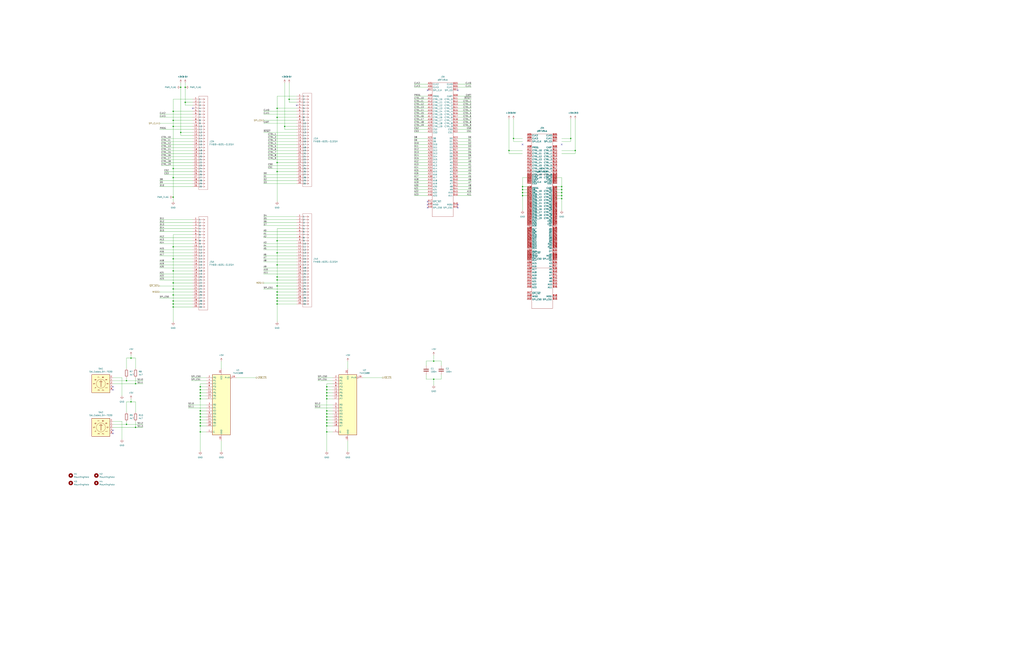
<source format=kicad_sch>
(kicad_sch (version 20250114) (generator "eeschema") (generator_version "9.0")
  (paper "D")
  (lib_symbols
    (symbol "2026-01-31_22-05-17:FH69-60S-0.5SH" (pin_names (offset 0.254))
      (property "Reference" "J" (at 8.89 6.35 0))
      (property "Value" "FH69-60S-0.5SH" (at 0 0 0))
      (symbol "FH69-60S-0.5SH_1_1"
        (pin unspecified line (at 0 0 0) (length 5.08) (name "1") (number "1"))
        (pin unspecified line (at 0 -2.54 0) (length 5.08) (name "2") (number "2"))
        (pin unspecified line (at 0 -5.08 0) (length 5.08) (name "3") (number "3"))
        (pin unspecified line (at 0 -7.62 0) (length 5.08) (name "4") (number "4"))
        (pin unspecified line (at 0 -10.16 0) (length 5.08) (name "5") (number "5"))
        (pin unspecified line (at 0 -12.7 0) (length 5.08) (name "6") (number "6"))
        (pin unspecified line (at 0 -15.24 0) (length 5.08) (name "7") (number "7"))
        (pin unspecified line (at 0 -17.78 0) (length 5.08) (name "8") (number "8"))
        (pin unspecified line (at 0 -20.32 0) (length 5.08) (name "9") (number "9"))
        (pin unspecified line (at 0 -22.86 0) (length 5.08) (name "10") (number "10"))
        (pin unspecified line (at 0 -25.4 0) (length 5.08) (name "11") (number "11"))
        (pin unspecified line (at 0 -27.94 0) (length 5.08) (name "12") (number "12"))
        (pin unspecified line (at 0 -30.48 0) (length 5.08) (name "13") (number "13"))
        (pin unspecified line (at 0 -33.02 0) (length 5.08) (name "14") (number "14"))
        (pin unspecified line (at 0 -35.56 0) (length 5.08) (name "15") (number "15"))
        (pin unspecified line (at 0 -38.1 0) (length 5.08) (name "16") (number "16"))
        (pin unspecified line (at 0 -40.64 0) (length 5.08) (name "17") (number "17"))
        (pin unspecified line (at 0 -43.18 0) (length 5.08) (name "18") (number "18"))
        (pin unspecified line (at 0 -45.72 0) (length 5.08) (name "19") (number "19"))
        (pin unspecified line (at 0 -48.26 0) (length 5.08) (name "20") (number "20"))
        (pin unspecified line (at 0 -50.8 0) (length 5.08) (name "21") (number "21"))
        (pin unspecified line (at 0 -53.34 0) (length 5.08) (name "22") (number "22"))
        (pin unspecified line (at 0 -55.88 0) (length 5.08) (name "23") (number "23"))
        (pin unspecified line (at 0 -58.42 0) (length 5.08) (name "24") (number "24"))
        (pin unspecified line (at 0 -60.96 0) (length 5.08) (name "25") (number "25"))
        (pin unspecified line (at 0 -63.5 0) (length 5.08) (name "26") (number "26"))
        (pin unspecified line (at 0 -66.04 0) (length 5.08) (name "27") (number "27"))
        (pin unspecified line (at 0 -68.58 0) (length 5.08) (name "28") (number "28"))
        (pin unspecified line (at 0 -71.12 0) (length 5.08) (name "29") (number "29"))
        (pin unspecified line (at 0 -73.66 0) (length 5.08) (name "30") (number "30"))
      )
      (symbol "FH69-60S-0.5SH_1_2"
        (pin unspecified line (at 0 0 0) (length 5.08) (name "1") (number "1"))
        (pin unspecified line (at 0 -2.54 0) (length 5.08) (name "2") (number "2"))
        (pin unspecified line (at 0 -5.08 0) (length 5.08) (name "3") (number "3"))
        (pin unspecified line (at 0 -7.62 0) (length 5.08) (name "4") (number "4"))
        (pin unspecified line (at 0 -10.16 0) (length 5.08) (name "5") (number "5"))
        (pin unspecified line (at 0 -12.7 0) (length 5.08) (name "6") (number "6"))
        (pin unspecified line (at 0 -15.24 0) (length 5.08) (name "7") (number "7"))
        (pin unspecified line (at 0 -17.78 0) (length 5.08) (name "8") (number "8"))
        (pin unspecified line (at 0 -20.32 0) (length 5.08) (name "9") (number "9"))
        (pin unspecified line (at 0 -22.86 0) (length 5.08) (name "10") (number "10"))
        (pin unspecified line (at 0 -25.4 0) (length 5.08) (name "11") (number "11"))
        (pin unspecified line (at 0 -27.94 0) (length 5.08) (name "12") (number "12"))
        (pin unspecified line (at 0 -30.48 0) (length 5.08) (name "13") (number "13"))
        (pin unspecified line (at 0 -33.02 0) (length 5.08) (name "14") (number "14"))
        (pin unspecified line (at 0 -35.56 0) (length 5.08) (name "15") (number "15"))
        (pin unspecified line (at 0 -38.1 0) (length 5.08) (name "16") (number "16"))
        (pin unspecified line (at 0 -40.64 0) (length 5.08) (name "17") (number "17"))
        (pin unspecified line (at 0 -43.18 0) (length 5.08) (name "18") (number "18"))
        (pin unspecified line (at 0 -45.72 0) (length 5.08) (name "19") (number "19"))
        (pin unspecified line (at 0 -48.26 0) (length 5.08) (name "20") (number "20"))
        (pin unspecified line (at 0 -50.8 0) (length 5.08) (name "21") (number "21"))
        (pin unspecified line (at 0 -53.34 0) (length 5.08) (name "22") (number "22"))
        (pin unspecified line (at 0 -55.88 0) (length 5.08) (name "23") (number "23"))
        (pin unspecified line (at 0 -58.42 0) (length 5.08) (name "24") (number "24"))
        (pin unspecified line (at 0 -60.96 0) (length 5.08) (name "25") (number "25"))
        (pin unspecified line (at 0 -63.5 0) (length 5.08) (name "26") (number "26"))
        (pin unspecified line (at 0 -66.04 0) (length 5.08) (name "27") (number "27"))
        (pin unspecified line (at 0 -68.58 0) (length 5.08) (name "28") (number "28"))
        (pin unspecified line (at 0 -71.12 0) (length 5.08) (name "29") (number "29"))
        (pin unspecified line (at 0 -73.66 0) (length 5.08) (name "30") (number "30"))
      )
      (symbol "FH69-60S-0.5SH_2_1"
        (pin unspecified line (at 0 0 0) (length 5.08) (name "31") (number "31"))
        (pin unspecified line (at 0 -2.54 0) (length 5.08) (name "32") (number "32"))
        (pin unspecified line (at 0 -5.08 0) (length 5.08) (name "33") (number "33"))
        (pin unspecified line (at 0 -7.62 0) (length 5.08) (name "34") (number "34"))
        (pin unspecified line (at 0 -10.16 0) (length 5.08) (name "35") (number "35"))
        (pin unspecified line (at 0 -12.7 0) (length 5.08) (name "36") (number "36"))
        (pin unspecified line (at 0 -15.24 0) (length 5.08) (name "37") (number "37"))
        (pin unspecified line (at 0 -17.78 0) (length 5.08) (name "38") (number "38"))
        (pin unspecified line (at 0 -20.32 0) (length 5.08) (name "39") (number "39"))
        (pin unspecified line (at 0 -22.86 0) (length 5.08) (name "40") (number "40"))
        (pin unspecified line (at 0 -25.4 0) (length 5.08) (name "41") (number "41"))
        (pin unspecified line (at 0 -27.94 0) (length 5.08) (name "42") (number "42"))
        (pin unspecified line (at 0 -30.48 0) (length 5.08) (name "43") (number "43"))
        (pin unspecified line (at 0 -33.02 0) (length 5.08) (name "44") (number "44"))
        (pin unspecified line (at 0 -35.56 0) (length 5.08) (name "45") (number "45"))
        (pin unspecified line (at 0 -38.1 0) (length 5.08) (name "46") (number "46"))
        (pin unspecified line (at 0 -40.64 0) (length 5.08) (name "47") (number "47"))
        (pin unspecified line (at 0 -43.18 0) (length 5.08) (name "48") (number "48"))
        (pin unspecified line (at 0 -45.72 0) (length 5.08) (name "49") (number "49"))
        (pin unspecified line (at 0 -48.26 0) (length 5.08) (name "50") (number "50"))
        (pin unspecified line (at 0 -50.8 0) (length 5.08) (name "51") (number "51"))
        (pin unspecified line (at 0 -53.34 0) (length 5.08) (name "52") (number "52"))
        (pin unspecified line (at 0 -55.88 0) (length 5.08) (name "53") (number "53"))
        (pin unspecified line (at 0 -58.42 0) (length 5.08) (name "54") (number "54"))
        (pin unspecified line (at 0 -60.96 0) (length 5.08) (name "55") (number "55"))
        (pin unspecified line (at 0 -63.5 0) (length 5.08) (name "56") (number "56"))
        (pin unspecified line (at 0 -66.04 0) (length 5.08) (name "57") (number "57"))
        (pin unspecified line (at 0 -68.58 0) (length 5.08) (name "58") (number "58"))
        (pin unspecified line (at 0 -71.12 0) (length 5.08) (name "59") (number "59"))
        (pin unspecified line (at 0 -73.66 0) (length 5.08) (name "60") (number "60"))
      )
      (symbol "FH69-60S-0.5SH_2_2"
        (pin unspecified line (at 0 0 0) (length 5.08) (name "31") (number "31"))
        (pin unspecified line (at 0 -2.54 0) (length 5.08) (name "32") (number "32"))
        (pin unspecified line (at 0 -5.08 0) (length 5.08) (name "33") (number "33"))
        (pin unspecified line (at 0 -7.62 0) (length 5.08) (name "34") (number "34"))
        (pin unspecified line (at 0 -10.16 0) (length 5.08) (name "35") (number "35"))
        (pin unspecified line (at 0 -12.7 0) (length 5.08) (name "36") (number "36"))
        (pin unspecified line (at 0 -15.24 0) (length 5.08) (name "37") (number "37"))
        (pin unspecified line (at 0 -17.78 0) (length 5.08) (name "38") (number "38"))
        (pin unspecified line (at 0 -20.32 0) (length 5.08) (name "39") (number "39"))
        (pin unspecified line (at 0 -22.86 0) (length 5.08) (name "40") (number "40"))
        (pin unspecified line (at 0 -25.4 0) (length 5.08) (name "41") (number "41"))
        (pin unspecified line (at 0 -27.94 0) (length 5.08) (name "42") (number "42"))
        (pin unspecified line (at 0 -30.48 0) (length 5.08) (name "43") (number "43"))
        (pin unspecified line (at 0 -33.02 0) (length 5.08) (name "44") (number "44"))
        (pin unspecified line (at 0 -35.56 0) (length 5.08) (name "45") (number "45"))
        (pin unspecified line (at 0 -38.1 0) (length 5.08) (name "46") (number "46"))
        (pin unspecified line (at 0 -40.64 0) (length 5.08) (name "47") (number "47"))
        (pin unspecified line (at 0 -43.18 0) (length 5.08) (name "48") (number "48"))
        (pin unspecified line (at 0 -45.72 0) (length 5.08) (name "49") (number "49"))
        (pin unspecified line (at 0 -48.26 0) (length 5.08) (name "50") (number "50"))
        (pin unspecified line (at 0 -50.8 0) (length 5.08) (name "51") (number "51"))
        (pin unspecified line (at 0 -53.34 0) (length 5.08) (name "52") (number "52"))
        (pin unspecified line (at 0 -55.88 0) (length 5.08) (name "53") (number "53"))
        (pin unspecified line (at 0 -58.42 0) (length 5.08) (name "54") (number "54"))
        (pin unspecified line (at 0 -60.96 0) (length 5.08) (name "55") (number "55"))
        (pin unspecified line (at 0 -63.5 0) (length 5.08) (name "56") (number "56"))
        (pin unspecified line (at 0 -66.04 0) (length 5.08) (name "57") (number "57"))
        (pin unspecified line (at 0 -68.58 0) (length 5.08) (name "58") (number "58"))
        (pin unspecified line (at 0 -71.12 0) (length 5.08) (name "59") (number "59"))
        (pin unspecified line (at 0 -73.66 0) (length 5.08) (name "60") (number "60"))
      )
    )
    (symbol "74xx:74HC688"
      (property "Reference" "U" (at -7.62 26.67 0))
      (property "Value" "74HC688" (at -7.62 -26.67 0))
      (symbol "74HC688_1_0"
        (pin input line (at -12.7 22.86 0) (length 5.08) (name "P0") (number "2"))
        (pin input line (at -12.7 20.32 0) (length 5.08) (name "P1") (number "4"))
        (pin input line (at -12.7 17.78 0) (length 5.08) (name "P2") (number "6"))
        (pin input line (at -12.7 15.24 0) (length 5.08) (name "P3") (number "8"))
        (pin input line (at -12.7 12.7 0) (length 5.08) (name "P4") (number "11"))
        (pin input line (at -12.7 10.16 0) (length 5.08) (name "P5") (number "13"))
        (pin input line (at -12.7 7.62 0) (length 5.08) (name "P6") (number "15"))
        (pin input line (at -12.7 5.08 0) (length 5.08) (name "P7") (number "17"))
        (pin input line (at -12.7 0 0) (length 5.08) (name "R0") (number "3"))
        (pin input line (at -12.7 -2.54 0) (length 5.08) (name "R1") (number "5"))
        (pin input line (at -12.7 -5.08 0) (length 5.08) (name "R2") (number "7"))
        (pin input line (at -12.7 -7.62 0) (length 5.08) (name "R3") (number "9"))
        (pin input line (at -12.7 -10.16 0) (length 5.08) (name "R4") (number "12"))
        (pin input line (at -12.7 -12.7 0) (length 5.08) (name "R5") (number "14"))
        (pin input line (at -12.7 -15.24 0) (length 5.08) (name "R6") (number "16"))
        (pin input line (at -12.7 -17.78 0) (length 5.08) (name "R7") (number "18"))
        (pin input inverted (at -12.7 -22.86 0) (length 5.08) (name "G") (number "1"))
        (pin power_in line (at 0 30.48 270) (length 5.08) (name "VCC") (number "20"))
        (pin power_in line (at 0 -30.48 90) (length 5.08) (name "GND") (number "10"))
        (pin output inverted (at 12.7 22.86 180) (length 5.08) (name "P=R") (number "19"))
      )
    )
    (symbol "Device:C" (pin_numbers (hide yes)) (pin_names (offset 0.254))
      (property "Reference" "C" (at 0.635 2.54 0))
      (property "Value" "C" (at 0.635 -2.54 0))
      (symbol "C_1_1"
        (pin passive line (at 0 3.81 270) (length 2.794) (name "~") (number "1"))
        (pin passive line (at 0 -3.81 90) (length 2.794) (name "~") (number "2"))
      )
    )
    (symbol "Device:R" (pin_numbers (hide yes)) (pin_names (offset 0))
      (property "Reference" "R" (at 2.032 0 90))
      (property "Value" "R" (at 0 0 90))
      (symbol "R_1_1"
        (pin passive line (at 0 3.81 270) (length 1.27) (name "~") (number "1"))
        (pin passive line (at 0 -3.81 90) (length 1.27) (name "~") (number "2"))
      )
    )
    (symbol "Mechanical:MountingHole" (pin_names (offset 1.016)) (in_bom no)
      (property "Reference" "H" (at 0 5.08 0))
      (property "Value" "MountingHole" (at 0 3.175 0))
    )
    (symbol "Switch:SW_Coded_SH-7030" (pin_names (hide yes))
      (property "Reference" "SW" (at -7.62 8.89 0))
      (property "Value" "SW_Coded_SH-7030" (at -7.62 -8.89 0))
      (symbol "SW_Coded_SH-7030_0_0"
        (text "5" (at -5.715 0 900) (effects (font (size 1.27 1.27))))
        (text "6" (at -4.6228 3.3528 540) (effects (font (size 1.27 1.27))))
        (text "4" (at -4.6228 -3.3528 1260) (effects (font (size 1.27 1.27))))
        (text "7" (at -1.778 5.4356 180) (effects (font (size 1.27 1.27))))
        (text "3" (at -1.778 -5.4356 1620) (effects (font (size 1.27 1.27))))
        (text "8" (at 1.778 5.4356 3420) (effects (font (size 1.27 1.27))))
        (text "2" (at 1.778 -5.4356 1980) (effects (font (size 1.27 1.27))))
        (text "9" (at 4.6228 3.3528 3060) (effects (font (size 1.27 1.27))))
        (text "1" (at 4.6228 -3.3528 2340) (effects (font (size 1.27 1.27))))
        (text "0" (at 5.715 0 2700) (effects (font (size 1.27 1.27))))
      )
      (symbol "SW_Coded_SH-7030_1_1"
        (pin passive line (at 10.16 5.08 180) (length 2.54) (name "C") (number "C"))
        (pin passive line (at 10.16 2.54 180) (length 2.54) (name "1") (number "1"))
        (pin passive line (at 10.16 0 180) (length 2.54) (name "2") (number "2"))
        (pin passive line (at 10.16 -2.54 180) (length 2.54) (name "4") (number "4"))
        (pin passive line (at 10.16 -5.08 180) (length 2.54) (name "8") (number "8"))
      )
    )
    (symbol "pBITz:pBITzBus"
      (property "Reference" "J6" (at 0 46.99 0))
      (property "Value" "pBITzBus" (at 0 44.45 0))
      (symbol "pBITzBus_1_0"
        (pin passive line (at -12.7 40.64 0) (length 3.81) (name "CLK2") (number "A05"))
        (pin passive line (at -12.7 38.1 0) (length 3.81) (name "CLK3") (number "A06"))
        (pin passive line (at -12.7 35.56 0) (length 3.81) (name "SPI_CLK") (number "A07"))
        (pin passive line (at -12.7 30.48 0) (length 3.81) (name "PROG") (number "A08"))
        (pin passive line (at -12.7 27.94 0) (length 3.81) (name "CTRL_10") (number "A11"))
        (pin passive line (at -12.7 25.4 0) (length 3.81) (name "CTRL_11") (number "A12"))
        (pin passive line (at -12.7 22.86 0) (length 3.81) (name "CTRL_12") (number "A13"))
        (pin passive line (at -12.7 20.32 0) (length 3.81) (name "CTRL_13") (number "A14"))
        (pin passive line (at -12.7 17.78 0) (length 3.81) (name "CTRL_14") (number "A15"))
        (pin passive line (at -12.7 15.24 0) (length 3.81) (name "CTRL_15") (number "A16"))
        (pin passive line (at -12.7 12.7 0) (length 3.81) (name "CTRL_16") (number "A17"))
        (pin passive line (at -12.7 10.16 0) (length 3.81) (name "CTRL_17") (number "A18"))
        (pin passive line (at -12.7 7.62 0) (length 3.81) (name "CTRL_18") (number "A19"))
        (pin passive line (at -12.7 5.08 0) (length 3.81) (name "CTRL_19") (number "A20"))
        (pin passive line (at -12.7 2.54 0) (length 3.81) (name "CS2") (number "A21"))
        (pin passive line (at -12.7 0 0) (length 3.81) (name "CS3") (number "A22"))
        (pin passive line (at -12.7 -5.08 0) (length 3.81) (name "D8") (number "A23"))
        (pin passive line (at -12.7 -7.62 0) (length 3.81) (name "D9") (number "A24"))
        (pin passive line (at -12.7 -10.16 0) (length 3.81) (name "D10") (number "A25"))
        (pin passive line (at -12.7 -12.7 0) (length 3.81) (name "D11") (number "A26"))
        (pin passive line (at -12.7 -15.24 0) (length 3.81) (name "D12") (number "A27"))
        (pin passive line (at -12.7 -17.78 0) (length 3.81) (name "D13") (number "A28"))
        (pin passive line (at -12.7 -20.32 0) (length 3.81) (name "D14") (number "A29"))
        (pin passive line (at -12.7 -22.86 0) (length 3.81) (name "D15") (number "A30"))
        (pin passive line (at -12.7 -25.4 0) (length 3.81) (name "A12") (number "A32"))
        (pin passive line (at -12.7 -27.94 0) (length 3.81) (name "A13") (number "A33"))
        (pin passive line (at -12.7 -30.48 0) (length 3.81) (name "A14") (number "A34"))
        (pin passive line (at -12.7 -33.02 0) (length 3.81) (name "A15") (number "A36"))
        (pin passive line (at -12.7 -35.56 0) (length 3.81) (name "A16") (number "A37"))
        (pin passive line (at -12.7 -38.1 0) (length 3.81) (name "A17") (number "A38"))
        (pin passive line (at -12.7 -40.64 0) (length 3.81) (name "A18") (number "A40"))
        (pin passive line (at -12.7 -43.18 0) (length 3.81) (name "A19") (number "A41"))
        (pin passive line (at -12.7 -45.72 0) (length 3.81) (name "A20") (number "A42"))
        (pin passive line (at -12.7 -48.26 0) (length 3.81) (name "A21") (number "A44"))
        (pin passive line (at -12.7 -50.8 0) (length 3.81) (name "A22") (number "A45"))
        (pin passive line (at -12.7 -53.34 0) (length 3.81) (name "A23") (number "A46"))
        (pin passive line (at -12.7 -58.42 0) (length 3.81) (name "~{SPI_INT}") (number "A47"))
        (pin passive line (at -12.7 -60.96 0) (length 3.81) (name "MISO") (number "A48"))
        (pin passive line (at -12.7 -63.5 0) (length 3.81) (name "SPI_CS0") (number "A49"))
        (pin passive line (at 12.7 40.64 180) (length 3.81) (name "CLK0") (number "B05"))
        (pin passive line (at 12.7 38.1 180) (length 3.81) (name "CLK1") (number "B06"))
        (pin passive line (at 12.7 35.56 180) (length 3.81) (name "SPI_CD") (number "B07"))
        (pin passive line (at 12.7 30.48 180) (length 3.81) (name "CART") (number "B08"))
        (pin passive line (at 12.7 27.94 180) (length 3.81) (name "CTRL_0") (number "B11"))
        (pin passive line (at 12.7 25.4 180) (length 3.81) (name "CTRL_1") (number "B12"))
        (pin passive line (at 12.7 22.86 180) (length 3.81) (name "CTRL_2") (number "B13"))
        (pin passive line (at 12.7 20.32 180) (length 3.81) (name "CTRL_3") (number "B14"))
        (pin passive line (at 12.7 17.78 180) (length 3.81) (name "CTRL_4") (number "B15"))
        (pin passive line (at 12.7 15.24 180) (length 3.81) (name "CTRL_5") (number "B16"))
        (pin passive line (at 12.7 12.7 180) (length 3.81) (name "CTRL_6") (number "B17"))
        (pin passive line (at 12.7 10.16 180) (length 3.81) (name "CTRL_7") (number "B18"))
        (pin passive line (at 12.7 7.62 180) (length 3.81) (name "CTRL_8") (number "B19"))
        (pin passive line (at 12.7 5.08 180) (length 3.81) (name "CTRL_9") (number "B20"))
        (pin passive line (at 12.7 2.54 180) (length 3.81) (name "CS0") (number "B21"))
        (pin passive line (at 12.7 0 180) (length 3.81) (name "CS1") (number "B22"))
        (pin passive line (at 12.7 -5.08 180) (length 3.81) (name "D0") (number "B23"))
        (pin passive line (at 12.7 -7.62 180) (length 3.81) (name "D1") (number "B24"))
        (pin passive line (at 12.7 -10.16 180) (length 3.81) (name "D2") (number "B25"))
        (pin passive line (at 12.7 -12.7 180) (length 3.81) (name "D3") (number "B26"))
        (pin passive line (at 12.7 -15.24 180) (length 3.81) (name "D4") (number "B27"))
        (pin passive line (at 12.7 -17.78 180) (length 3.81) (name "D5") (number "B28"))
        (pin passive line (at 12.7 -20.32 180) (length 3.81) (name "D6") (number "B29"))
        (pin passive line (at 12.7 -22.86 180) (length 3.81) (name "D7") (number "B30"))
        (pin passive line (at 12.7 -25.4 180) (length 3.81) (name "A0") (number "B32"))
        (pin passive line (at 12.7 -27.94 180) (length 3.81) (name "A1") (number "B33"))
        (pin passive line (at 12.7 -30.48 180) (length 3.81) (name "A2") (number "B34"))
        (pin passive line (at 12.7 -33.02 180) (length 3.81) (name "A3") (number "B36"))
        (pin passive line (at 12.7 -35.56 180) (length 3.81) (name "A4") (number "B37"))
        (pin passive line (at 12.7 -38.1 180) (length 3.81) (name "A5") (number "B38"))
        (pin passive line (at 12.7 -40.64 180) (length 3.81) (name "A6") (number "B40"))
        (pin passive line (at 12.7 -43.18 180) (length 3.81) (name "A7") (number "B41"))
        (pin passive line (at 12.7 -45.72 180) (length 3.81) (name "A8") (number "B42"))
        (pin passive line (at 12.7 -48.26 180) (length 3.81) (name "A9") (number "B44"))
        (pin passive line (at 12.7 -50.8 180) (length 3.81) (name "A10") (number "B45"))
        (pin passive line (at 12.7 -53.34 180) (length 3.81) (name "A11") (number "B46"))
        (pin passive line (at 12.7 -60.96 180) (length 3.81) (name "MOSI") (number "B48"))
        (pin passive line (at 12.7 -63.5 180) (length 3.81) (name "SPI_CS1") (number "B49"))
      )
      (symbol "pBITzBus_2_0"
        (pin passive line (at -16.51 38.1 0) (length 3.81) (name "+5V") (number "A01"))
        (pin passive line (at -16.51 35.56 0) (length 3.81) (name "+5V") (number "A02"))
        (pin passive line (at -16.51 33.02 0) (length 3.81) (name "~{PWR_OFF_RQ}") (number "A03"))
        (pin passive line (at -16.51 27.94 0) (length 3.81) (name "+3V3") (number "A09"))
        (pin passive line (at -16.51 25.4 0) (length 3.81) (name "+3V3") (number "A10"))
        (pin passive line (at 16.51 38.1 180) (length 3.81) (name "+5V") (number "B01"))
        (pin passive line (at 16.51 35.56 180) (length 3.81) (name "+5V") (number "B02"))
        (pin passive line (at 16.51 33.02 180) (length 3.81) (name "~{PWR_OFF}") (number "B03"))
        (pin passive line (at 16.51 27.94 180) (length 3.81) (name "+3V3") (number "B09"))
        (pin passive line (at 16.51 25.4 180) (length 3.81) (name "+3V3") (number "B10"))
      )
      (symbol "pBITzBus_3_0"
        (pin passive line (at -11.43 39.37 0) (length 3.81) (name "GND") (number "A04"))
        (pin passive line (at -11.43 31.75 0) (length 3.81) (name "GND") (number "A31"))
        (pin passive line (at -11.43 29.21 0) (length 3.81) (name "GND") (number "A35"))
        (pin passive line (at -11.43 26.67 0) (length 3.81) (name "GND") (number "A39"))
        (pin passive line (at -11.43 24.13 0) (length 3.81) (name "GND") (number "A43"))
        (pin passive line (at 11.43 39.37 180) (length 3.81) (name "GND") (number "B04"))
        (pin passive line (at 11.43 31.75 180) (length 3.81) (name "GND") (number "B31"))
        (pin passive line (at 11.43 29.21 180) (length 3.81) (name "GND") (number "B35"))
        (pin passive line (at 11.43 26.67 180) (length 3.81) (name "GND") (number "B39"))
        (pin passive line (at 11.43 24.13 180) (length 3.81) (name "GND") (number "B43"))
        (pin passive line (at 11.43 21.59 180) (length 3.81) (name "GND") (number "B47"))
      )
    )
    (symbol "pBITzBus_1"
      (property "Reference" "J6" (at 0 46.99 0))
      (property "Value" "pBITzBus" (at 0 44.45 0))
      (symbol "pBITzBus_1_1_0"
        (pin passive line (at -12.7 40.64 0) (length 3.81) (name "CLK2") (number "A05"))
        (pin passive line (at -12.7 38.1 0) (length 3.81) (name "CLK3") (number "A06"))
        (pin passive line (at -12.7 35.56 0) (length 3.81) (name "SPI_CLK") (number "A07"))
        (pin passive line (at -12.7 30.48 0) (length 3.81) (name "PROG") (number "A08"))
        (pin passive line (at -12.7 27.94 0) (length 3.81) (name "CTRL_10") (number "A11"))
        (pin passive line (at -12.7 25.4 0) (length 3.81) (name "CTRL_11") (number "A12"))
        (pin passive line (at -12.7 22.86 0) (length 3.81) (name "CTRL_12") (number "A13"))
        (pin passive line (at -12.7 20.32 0) (length 3.81) (name "CTRL_13") (number "A14"))
        (pin passive line (at -12.7 17.78 0) (length 3.81) (name "CTRL_14") (number "A15"))
        (pin passive line (at -12.7 15.24 0) (length 3.81) (name "CTRL_15") (number "A16"))
        (pin passive line (at -12.7 12.7 0) (length 3.81) (name "CTRL_16") (number "A17"))
        (pin passive line (at -12.7 10.16 0) (length 3.81) (name "CTRL_17") (number "A18"))
        (pin passive line (at -12.7 7.62 0) (length 3.81) (name "CTRL_18") (number "A19"))
        (pin passive line (at -12.7 5.08 0) (length 3.81) (name "CTRL_19") (number "A20"))
        (pin passive line (at -12.7 2.54 0) (length 3.81) (name "CS2") (number "A21"))
        (pin passive line (at -12.7 0 0) (length 3.81) (name "CS3") (number "A22"))
        (pin passive line (at -12.7 -5.08 0) (length 3.81) (name "D8") (number "A23"))
        (pin passive line (at -12.7 -7.62 0) (length 3.81) (name "D9") (number "A24"))
        (pin passive line (at -12.7 -10.16 0) (length 3.81) (name "D10") (number "A25"))
        (pin passive line (at -12.7 -12.7 0) (length 3.81) (name "D11") (number "A26"))
        (pin passive line (at -12.7 -15.24 0) (length 3.81) (name "D12") (number "A27"))
        (pin passive line (at -12.7 -17.78 0) (length 3.81) (name "D13") (number "A28"))
        (pin passive line (at -12.7 -20.32 0) (length 3.81) (name "D14") (number "A29"))
        (pin passive line (at -12.7 -22.86 0) (length 3.81) (name "D15") (number "A30"))
        (pin passive line (at -12.7 -25.4 0) (length 3.81) (name "A12") (number "A32"))
        (pin passive line (at -12.7 -27.94 0) (length 3.81) (name "A13") (number "A33"))
        (pin passive line (at -12.7 -30.48 0) (length 3.81) (name "A14") (number "A34"))
        (pin passive line (at -12.7 -33.02 0) (length 3.81) (name "A15") (number "A36"))
        (pin passive line (at -12.7 -35.56 0) (length 3.81) (name "A16") (number "A37"))
        (pin passive line (at -12.7 -38.1 0) (length 3.81) (name "A17") (number "A38"))
        (pin passive line (at -12.7 -40.64 0) (length 3.81) (name "A18") (number "A40"))
        (pin passive line (at -12.7 -43.18 0) (length 3.81) (name "A19") (number "A41"))
        (pin passive line (at -12.7 -45.72 0) (length 3.81) (name "A20") (number "A42"))
        (pin passive line (at -12.7 -48.26 0) (length 3.81) (name "A21") (number "A44"))
        (pin passive line (at -12.7 -50.8 0) (length 3.81) (name "A22") (number "A45"))
        (pin passive line (at -12.7 -53.34 0) (length 3.81) (name "A23") (number "A46"))
        (pin passive line (at -12.7 -58.42 0) (length 3.81) (name "~{SPI_INT}") (number "A47"))
        (pin passive line (at -12.7 -60.96 0) (length 3.81) (name "MISO") (number "A48"))
        (pin passive line (at -12.7 -63.5 0) (length 3.81) (name "SPI_CS0") (number "A49"))
        (pin passive line (at 12.7 40.64 180) (length 3.81) (name "CLK0") (number "B05"))
        (pin passive line (at 12.7 38.1 180) (length 3.81) (name "CLK1") (number "B06"))
        (pin passive line (at 12.7 35.56 180) (length 3.81) (name "SPI_CD") (number "B07"))
        (pin passive line (at 12.7 30.48 180) (length 3.81) (name "CART") (number "B08"))
        (pin passive line (at 12.7 27.94 180) (length 3.81) (name "CTRL_0") (number "B11"))
        (pin passive line (at 12.7 25.4 180) (length 3.81) (name "CTRL_1") (number "B12"))
        (pin passive line (at 12.7 22.86 180) (length 3.81) (name "CTRL_2") (number "B13"))
        (pin passive line (at 12.7 20.32 180) (length 3.81) (name "CTRL_3") (number "B14"))
        (pin passive line (at 12.7 17.78 180) (length 3.81) (name "CTRL_4") (number "B15"))
        (pin passive line (at 12.7 15.24 180) (length 3.81) (name "CTRL_5") (number "B16"))
        (pin passive line (at 12.7 12.7 180) (length 3.81) (name "CTRL_6") (number "B17"))
        (pin passive line (at 12.7 10.16 180) (length 3.81) (name "CTRL_7") (number "B18"))
        (pin passive line (at 12.7 7.62 180) (length 3.81) (name "CTRL_8") (number "B19"))
        (pin passive line (at 12.7 5.08 180) (length 3.81) (name "CTRL_9") (number "B20"))
        (pin passive line (at 12.7 2.54 180) (length 3.81) (name "CS0") (number "B21"))
        (pin passive line (at 12.7 0 180) (length 3.81) (name "CS1") (number "B22"))
        (pin passive line (at 12.7 -5.08 180) (length 3.81) (name "D0") (number "B23"))
        (pin passive line (at 12.7 -7.62 180) (length 3.81) (name "D1") (number "B24"))
        (pin passive line (at 12.7 -10.16 180) (length 3.81) (name "D2") (number "B25"))
        (pin passive line (at 12.7 -12.7 180) (length 3.81) (name "D3") (number "B26"))
        (pin passive line (at 12.7 -15.24 180) (length 3.81) (name "D4") (number "B27"))
        (pin passive line (at 12.7 -17.78 180) (length 3.81) (name "D5") (number "B28"))
        (pin passive line (at 12.7 -20.32 180) (length 3.81) (name "D6") (number "B29"))
        (pin passive line (at 12.7 -22.86 180) (length 3.81) (name "D7") (number "B30"))
        (pin passive line (at 12.7 -25.4 180) (length 3.81) (name "A0") (number "B32"))
        (pin passive line (at 12.7 -27.94 180) (length 3.81) (name "A1") (number "B33"))
        (pin passive line (at 12.7 -30.48 180) (length 3.81) (name "A2") (number "B34"))
        (pin passive line (at 12.7 -33.02 180) (length 3.81) (name "A3") (number "B36"))
        (pin passive line (at 12.7 -35.56 180) (length 3.81) (name "A4") (number "B37"))
        (pin passive line (at 12.7 -38.1 180) (length 3.81) (name "A5") (number "B38"))
        (pin passive line (at 12.7 -40.64 180) (length 3.81) (name "A6") (number "B40"))
        (pin passive line (at 12.7 -43.18 180) (length 3.81) (name "A7") (number "B41"))
        (pin passive line (at 12.7 -45.72 180) (length 3.81) (name "A8") (number "B42"))
        (pin passive line (at 12.7 -48.26 180) (length 3.81) (name "A9") (number "B44"))
        (pin passive line (at 12.7 -50.8 180) (length 3.81) (name "A10") (number "B45"))
        (pin passive line (at 12.7 -53.34 180) (length 3.81) (name "A11") (number "B46"))
        (pin passive line (at 12.7 -60.96 180) (length 3.81) (name "MOSI") (number "B48"))
        (pin passive line (at 12.7 -63.5 180) (length 3.81) (name "SPI_CS1") (number "B49"))
      )
      (symbol "pBITzBus_1_2_0"
        (pin passive line (at -16.51 38.1 0) (length 3.81) (name "+5V") (number "A01"))
        (pin passive line (at -16.51 35.56 0) (length 3.81) (name "+5V") (number "A02"))
        (pin passive line (at -16.51 33.02 0) (length 3.81) (name "~{PWR_OFF_RQ}") (number "A03"))
        (pin passive line (at -16.51 27.94 0) (length 3.81) (name "+3V3") (number "A09"))
        (pin passive line (at -16.51 25.4 0) (length 3.81) (name "+3V3") (number "A10"))
        (pin passive line (at 16.51 38.1 180) (length 3.81) (name "+5V") (number "B01"))
        (pin passive line (at 16.51 35.56 180) (length 3.81) (name "+5V") (number "B02"))
        (pin passive line (at 16.51 33.02 180) (length 3.81) (name "~{PWR_OFF}") (number "B03"))
        (pin passive line (at 16.51 27.94 180) (length 3.81) (name "+3V3") (number "B09"))
        (pin passive line (at 16.51 25.4 180) (length 3.81) (name "+3V3") (number "B10"))
      )
      (symbol "pBITzBus_1_3_0"
        (pin passive line (at -11.43 39.37 0) (length 3.81) (name "GND") (number "A04"))
        (pin passive line (at -11.43 31.75 0) (length 3.81) (name "GND") (number "A31"))
        (pin passive line (at -11.43 29.21 0) (length 3.81) (name "GND") (number "A35"))
        (pin passive line (at -11.43 26.67 0) (length 3.81) (name "GND") (number "A39"))
        (pin passive line (at -11.43 24.13 0) (length 3.81) (name "GND") (number "A43"))
        (pin passive line (at 11.43 39.37 180) (length 3.81) (name "GND") (number "B04"))
        (pin passive line (at 11.43 31.75 180) (length 3.81) (name "GND") (number "B31"))
        (pin passive line (at 11.43 29.21 180) (length 3.81) (name "GND") (number "B35"))
        (pin passive line (at 11.43 26.67 180) (length 3.81) (name "GND") (number "B39"))
        (pin passive line (at 11.43 24.13 180) (length 3.81) (name "GND") (number "B43"))
        (pin passive line (at 11.43 21.59 180) (length 3.81) (name "GND") (number "B47"))
      )
    )
    (symbol "pBITzBus_2"
      (property "Reference" "J6" (at 0 46.99 0))
      (property "Value" "pBITzBus" (at 0 44.45 0))
      (symbol "pBITzBus_2_1_0"
        (pin passive line (at -12.7 40.64 0) (length 3.81) (name "CLK2") (number "A05"))
        (pin passive line (at -12.7 38.1 0) (length 3.81) (name "CLK3") (number "A06"))
        (pin passive line (at -12.7 35.56 0) (length 3.81) (name "SPI_CLK") (number "A07"))
        (pin passive line (at -12.7 30.48 0) (length 3.81) (name "PROG") (number "A08"))
        (pin passive line (at -12.7 27.94 0) (length 3.81) (name "CTRL_10") (number "A11"))
        (pin passive line (at -12.7 25.4 0) (length 3.81) (name "CTRL_11") (number "A12"))
        (pin passive line (at -12.7 22.86 0) (length 3.81) (name "CTRL_12") (number "A13"))
        (pin passive line (at -12.7 20.32 0) (length 3.81) (name "CTRL_13") (number "A14"))
        (pin passive line (at -12.7 17.78 0) (length 3.81) (name "CTRL_14") (number "A15"))
        (pin passive line (at -12.7 15.24 0) (length 3.81) (name "CTRL_15") (number "A16"))
        (pin passive line (at -12.7 12.7 0) (length 3.81) (name "CTRL_16") (number "A17"))
        (pin passive line (at -12.7 10.16 0) (length 3.81) (name "CTRL_17") (number "A18"))
        (pin passive line (at -12.7 7.62 0) (length 3.81) (name "CTRL_18") (number "A19"))
        (pin passive line (at -12.7 5.08 0) (length 3.81) (name "CTRL_19") (number "A20"))
        (pin passive line (at -12.7 2.54 0) (length 3.81) (name "CS2") (number "A21"))
        (pin passive line (at -12.7 0 0) (length 3.81) (name "CS3") (number "A22"))
        (pin passive line (at -12.7 -5.08 0) (length 3.81) (name "D8") (number "A23"))
        (pin passive line (at -12.7 -7.62 0) (length 3.81) (name "D9") (number "A24"))
        (pin passive line (at -12.7 -10.16 0) (length 3.81) (name "D10") (number "A25"))
        (pin passive line (at -12.7 -12.7 0) (length 3.81) (name "D11") (number "A26"))
        (pin passive line (at -12.7 -15.24 0) (length 3.81) (name "D12") (number "A27"))
        (pin passive line (at -12.7 -17.78 0) (length 3.81) (name "D13") (number "A28"))
        (pin passive line (at -12.7 -20.32 0) (length 3.81) (name "D14") (number "A29"))
        (pin passive line (at -12.7 -22.86 0) (length 3.81) (name "D15") (number "A30"))
        (pin passive line (at -12.7 -25.4 0) (length 3.81) (name "A12") (number "A32"))
        (pin passive line (at -12.7 -27.94 0) (length 3.81) (name "A13") (number "A33"))
        (pin passive line (at -12.7 -30.48 0) (length 3.81) (name "A14") (number "A34"))
        (pin passive line (at -12.7 -33.02 0) (length 3.81) (name "A15") (number "A36"))
        (pin passive line (at -12.7 -35.56 0) (length 3.81) (name "A16") (number "A37"))
        (pin passive line (at -12.7 -38.1 0) (length 3.81) (name "A17") (number "A38"))
        (pin passive line (at -12.7 -40.64 0) (length 3.81) (name "A18") (number "A40"))
        (pin passive line (at -12.7 -43.18 0) (length 3.81) (name "A19") (number "A41"))
        (pin passive line (at -12.7 -45.72 0) (length 3.81) (name "A20") (number "A42"))
        (pin passive line (at -12.7 -48.26 0) (length 3.81) (name "A21") (number "A44"))
        (pin passive line (at -12.7 -50.8 0) (length 3.81) (name "A22") (number "A45"))
        (pin passive line (at -12.7 -53.34 0) (length 3.81) (name "A23") (number "A46"))
        (pin passive line (at -12.7 -58.42 0) (length 3.81) (name "~{SPI_INT}") (number "A47"))
        (pin passive line (at -12.7 -60.96 0) (length 3.81) (name "MISO") (number "A48"))
        (pin passive line (at -12.7 -63.5 0) (length 3.81) (name "SPI_CS0") (number "A49"))
        (pin passive line (at 12.7 40.64 180) (length 3.81) (name "CLK0") (number "B05"))
        (pin passive line (at 12.7 38.1 180) (length 3.81) (name "CLK1") (number "B06"))
        (pin passive line (at 12.7 35.56 180) (length 3.81) (name "SPI_CD") (number "B07"))
        (pin passive line (at 12.7 30.48 180) (length 3.81) (name "CART") (number "B08"))
        (pin passive line (at 12.7 27.94 180) (length 3.81) (name "CTRL_0") (number "B11"))
        (pin passive line (at 12.7 25.4 180) (length 3.81) (name "CTRL_1") (number "B12"))
        (pin passive line (at 12.7 22.86 180) (length 3.81) (name "CTRL_2") (number "B13"))
        (pin passive line (at 12.7 20.32 180) (length 3.81) (name "CTRL_3") (number "B14"))
        (pin passive line (at 12.7 17.78 180) (length 3.81) (name "CTRL_4") (number "B15"))
        (pin passive line (at 12.7 15.24 180) (length 3.81) (name "CTRL_5") (number "B16"))
        (pin passive line (at 12.7 12.7 180) (length 3.81) (name "CTRL_6") (number "B17"))
        (pin passive line (at 12.7 10.16 180) (length 3.81) (name "CTRL_7") (number "B18"))
        (pin passive line (at 12.7 7.62 180) (length 3.81) (name "CTRL_8") (number "B19"))
        (pin passive line (at 12.7 5.08 180) (length 3.81) (name "CTRL_9") (number "B20"))
        (pin passive line (at 12.7 2.54 180) (length 3.81) (name "CS0") (number "B21"))
        (pin passive line (at 12.7 0 180) (length 3.81) (name "CS1") (number "B22"))
        (pin passive line (at 12.7 -5.08 180) (length 3.81) (name "D0") (number "B23"))
        (pin passive line (at 12.7 -7.62 180) (length 3.81) (name "D1") (number "B24"))
        (pin passive line (at 12.7 -10.16 180) (length 3.81) (name "D2") (number "B25"))
        (pin passive line (at 12.7 -12.7 180) (length 3.81) (name "D3") (number "B26"))
        (pin passive line (at 12.7 -15.24 180) (length 3.81) (name "D4") (number "B27"))
        (pin passive line (at 12.7 -17.78 180) (length 3.81) (name "D5") (number "B28"))
        (pin passive line (at 12.7 -20.32 180) (length 3.81) (name "D6") (number "B29"))
        (pin passive line (at 12.7 -22.86 180) (length 3.81) (name "D7") (number "B30"))
        (pin passive line (at 12.7 -25.4 180) (length 3.81) (name "A0") (number "B32"))
        (pin passive line (at 12.7 -27.94 180) (length 3.81) (name "A1") (number "B33"))
        (pin passive line (at 12.7 -30.48 180) (length 3.81) (name "A2") (number "B34"))
        (pin passive line (at 12.7 -33.02 180) (length 3.81) (name "A3") (number "B36"))
        (pin passive line (at 12.7 -35.56 180) (length 3.81) (name "A4") (number "B37"))
        (pin passive line (at 12.7 -38.1 180) (length 3.81) (name "A5") (number "B38"))
        (pin passive line (at 12.7 -40.64 180) (length 3.81) (name "A6") (number "B40"))
        (pin passive line (at 12.7 -43.18 180) (length 3.81) (name "A7") (number "B41"))
        (pin passive line (at 12.7 -45.72 180) (length 3.81) (name "A8") (number "B42"))
        (pin passive line (at 12.7 -48.26 180) (length 3.81) (name "A9") (number "B44"))
        (pin passive line (at 12.7 -50.8 180) (length 3.81) (name "A10") (number "B45"))
        (pin passive line (at 12.7 -53.34 180) (length 3.81) (name "A11") (number "B46"))
        (pin passive line (at 12.7 -60.96 180) (length 3.81) (name "MOSI") (number "B48"))
        (pin passive line (at 12.7 -63.5 180) (length 3.81) (name "SPI_CS1") (number "B49"))
      )
      (symbol "pBITzBus_2_2_0"
        (pin passive line (at -16.51 38.1 0) (length 3.81) (name "+5V") (number "A01"))
        (pin passive line (at -16.51 35.56 0) (length 3.81) (name "+5V") (number "A02"))
        (pin passive line (at -16.51 33.02 0) (length 3.81) (name "~{PWR_OFF_RQ}") (number "A03"))
        (pin passive line (at -16.51 27.94 0) (length 3.81) (name "+3V3") (number "A09"))
        (pin passive line (at -16.51 25.4 0) (length 3.81) (name "+3V3") (number "A10"))
        (pin passive line (at 16.51 38.1 180) (length 3.81) (name "+5V") (number "B01"))
        (pin passive line (at 16.51 35.56 180) (length 3.81) (name "+5V") (number "B02"))
        (pin passive line (at 16.51 33.02 180) (length 3.81) (name "~{PWR_OFF}") (number "B03"))
        (pin passive line (at 16.51 27.94 180) (length 3.81) (name "+3V3") (number "B09"))
        (pin passive line (at 16.51 25.4 180) (length 3.81) (name "+3V3") (number "B10"))
      )
      (symbol "pBITzBus_2_3_0"
        (pin passive line (at -11.43 39.37 0) (length 3.81) (name "GND") (number "A04"))
        (pin passive line (at -11.43 31.75 0) (length 3.81) (name "GND") (number "A31"))
        (pin passive line (at -11.43 29.21 0) (length 3.81) (name "GND") (number "A35"))
        (pin passive line (at -11.43 26.67 0) (length 3.81) (name "GND") (number "A39"))
        (pin passive line (at -11.43 24.13 0) (length 3.81) (name "GND") (number "A43"))
        (pin passive line (at 11.43 39.37 180) (length 3.81) (name "GND") (number "B04"))
        (pin passive line (at 11.43 31.75 180) (length 3.81) (name "GND") (number "B31"))
        (pin passive line (at 11.43 29.21 180) (length 3.81) (name "GND") (number "B35"))
        (pin passive line (at 11.43 26.67 180) (length 3.81) (name "GND") (number "B39"))
        (pin passive line (at 11.43 24.13 180) (length 3.81) (name "GND") (number "B43"))
        (pin passive line (at 11.43 21.59 180) (length 3.81) (name "GND") (number "B47"))
      )
    )
    (symbol "power:+5V" (power) (pin_numbers (hide yes)) (pin_names (offset 0) (hide yes))
      (property "Value" "+5V" (at 0 3.556 0))
      (symbol "+5V_1_1"
        (pin power_in line (at 0 0 90) (length 0) (name "~") (number "1"))
      )
    )
    (symbol "power:GND" (power) (pin_numbers (hide yes)) (pin_names (offset 0) (hide yes))
      (property "Value" "GND" (at 0 -3.81 0))
      (symbol "GND_1_1"
        (pin power_in line (at 0 0 270) (length 0) (name "~") (number "1"))
      )
    )
    (symbol "power:PWR_FLAG" (power) (pin_numbers (hide yes)) (pin_names (offset 0) (hide yes))
      (property "Value" "PWR_FLAG" (at 0 3.81 0))
      (symbol "PWR_FLAG_0_0"
        (pin power_out line (at 0 0 90) (length 0) (name "~") (number "1"))
      )
    )
  )
  (junction (at 275.59 356.87))
  (junction (at 106.68 358.14))
  (junction (at 240.03 106.68))
  (junction (at 233.68 256.54))
  (junction (at 473.71 162.56))
  (junction (at 473.71 165.1))
  (junction (at 275.59 336.55))
  (junction (at 146.05 166.37))
  (junction (at 473.71 160.02))
  (junction (at 146.05 149.86))
  (junction (at 152.4 111.76))
  (junction (at 233.68 251.46))
  (junction (at 233.68 248.92))
  (junction (at 275.59 351.79))
  (junction (at 365.76 320.04))
  (junction (at 233.68 213.36))
  (junction (at 146.05 101.6))
  (junction (at 473.71 167.64))
  (junction (at 146.05 256.54))
  (junction (at 481.33 116.84))
  (junction (at 146.05 248.92))
  (junction (at 275.59 364.49))
  (junction (at 156.21 73.66))
  (junction (at 243.84 83.82))
  (junction (at 168.91 354.33))
  (junction (at 233.68 91.44))
  (junction (at 146.05 208.28))
  (junction (at 233.68 236.22))
  (junction (at 114.3 360.68))
  (junction (at 440.69 157.48))
  (junction (at 433.07 116.84))
  (junction (at 233.68 241.3))
  (junction (at 106.68 321.31))
  (junction (at 440.69 162.56))
  (junction (at 233.68 203.2))
  (junction (at 146.05 238.76))
  (junction (at 233.68 99.06))
  (junction (at 156.21 86.36))
  (junction (at 233.68 254))
  (junction (at 233.68 144.78))
  (junction (at 146.05 259.08))
  (junction (at 168.91 328.93))
  (junction (at 146.05 106.68))
  (junction (at 168.91 326.39))
  (junction (at 168.91 331.47))
  (junction (at 275.59 326.39))
  (junction (at 168.91 356.87))
  (junction (at 146.05 93.98))
  (junction (at 485.14 127))
  (junction (at 146.05 243.84))
  (junction (at 440.69 160.02))
  (junction (at 440.69 165.1))
  (junction (at 275.59 334.01))
  (junction (at 168.91 364.49))
  (junction (at 233.68 246.38))
  (junction (at 146.05 254))
  (junction (at 275.59 328.93))
  (junction (at 168.91 351.79))
  (junction (at 168.91 334.01))
  (junction (at 275.59 359.41))
  (junction (at 275.59 346.71))
  (junction (at 146.05 218.44))
  (junction (at 168.91 349.25))
  (junction (at 114.3 323.85))
  (junction (at 146.05 228.6))
  (junction (at 168.91 336.55))
  (junction (at 275.59 354.33))
  (junction (at 275.59 331.47))
  (junction (at 233.68 223.52))
  (junction (at 110.49 302.26))
  (junction (at 146.05 142.24))
  (junction (at 233.68 233.68))
  (junction (at 233.68 137.16))
  (junction (at 152.4 73.66))
  (junction (at 168.91 346.71))
  (junction (at 168.91 359.41))
  (junction (at 429.26 127))
  (junction (at 365.76 304.8))
  (junction (at 473.71 157.48))
  (junction (at 110.49 339.09))
  (junction (at 275.59 349.25))
  (no_connect (at 360.68 170.18))
  (no_connect (at 360.68 175.26))
  (no_connect (at 360.68 76.2))
  (no_connect (at 95.25 328.93))
  (no_connect (at 473.71 121.92))
  (no_connect (at 360.68 172.72))
  (no_connect (at 95.25 363.22))
  (no_connect (at 95.25 326.39))
  (no_connect (at 250.19 88.9))
  (no_connect (at 162.56 91.44))
  (no_connect (at 386.08 172.72))
  (no_connect (at 386.08 76.2))
  (no_connect (at 95.25 365.76))
  (no_connect (at 440.69 121.92))
  (no_connect (at 386.08 175.26))
  (wire (pts (xy 134.62 200.66) (xy 162.56 200.66)))
  (wire (pts (xy 429.26 100.33) (xy 429.26 127)))
  (wire (pts (xy 134.62 203.2) (xy 162.56 203.2)))
  (wire (pts (xy 349.25 96.52) (xy 360.68 96.52)))
  (wire (pts (xy 233.68 81.28) (xy 250.19 81.28)))
  (wire (pts (xy 473.71 149.86) (xy 473.71 157.48)))
  (wire (pts (xy 365.76 299.72) (xy 365.76 304.8)))
  (wire (pts (xy 243.84 69.85) (xy 243.84 83.82)))
  (wire (pts (xy 386.08 109.22) (xy 397.51 109.22)))
  (wire (pts (xy 349.25 154.94) (xy 360.68 154.94)))
  (wire (pts (xy 226.06 124.46) (xy 250.19 124.46)))
  (wire (pts (xy 106.68 321.31) (xy 120.65 321.31)))
  (wire (pts (xy 349.25 83.82) (xy 360.68 83.82)))
  (wire (pts (xy 134.62 226.06) (xy 162.56 226.06)))
  (wire (pts (xy 386.08 160.02) (xy 397.51 160.02)))
  (wire (pts (xy 135.89 139.7) (xy 162.56 139.7)))
  (wire (pts (xy 226.06 127) (xy 250.19 127)))
  (wire (pts (xy 359.41 308.61) (xy 359.41 304.8)))
  (wire (pts (xy 386.08 88.9) (xy 397.51 88.9)))
  (wire (pts (xy 240.03 109.22) (xy 250.19 109.22)))
  (wire (pts (xy 134.62 215.9) (xy 162.56 215.9)))
  (wire (pts (xy 158.75 341.63) (xy 173.99 341.63)))
  (wire (pts (xy 440.69 165.1) (xy 445.77 165.1)))
  (wire (pts (xy 168.91 334.01) (xy 173.99 334.01)))
  (wire (pts (xy 168.91 326.39) (xy 173.99 326.39)))
  (wire (pts (xy 146.05 248.92) (xy 146.05 254)))
  (wire (pts (xy 275.59 364.49) (xy 280.67 364.49)))
  (wire (pts (xy 134.62 236.22) (xy 162.56 236.22)))
  (wire (pts (xy 275.59 349.25) (xy 280.67 349.25)))
  (wire (pts (xy 359.41 304.8) (xy 365.76 304.8)))
  (wire (pts (xy 146.05 228.6) (xy 162.56 228.6)))
  (wire (pts (xy 134.62 187.96) (xy 162.56 187.96)))
  (wire (pts (xy 386.08 144.78) (xy 397.51 144.78)))
  (wire (pts (xy 135.89 134.62) (xy 162.56 134.62)))
  (wire (pts (xy 135.89 121.92) (xy 162.56 121.92)))
  (wire (pts (xy 226.06 121.92) (xy 250.19 121.92)))
  (wire (pts (xy 146.05 238.76) (xy 146.05 243.84)))
  (wire (pts (xy 168.91 359.41) (xy 173.99 359.41)))
  (wire (pts (xy 152.4 69.85) (xy 152.4 73.66)))
  (wire (pts (xy 135.89 119.38) (xy 162.56 119.38)))
  (wire (pts (xy 240.03 69.85) (xy 240.03 106.68)))
  (wire (pts (xy 473.71 119.38) (xy 481.33 119.38)))
  (wire (pts (xy 146.05 259.08) (xy 162.56 259.08)))
  (wire (pts (xy 168.91 334.01) (xy 168.91 336.55)))
  (wire (pts (xy 146.05 106.68) (xy 146.05 142.24)))
  (wire (pts (xy 386.08 104.14) (xy 397.51 104.14)))
  (wire (pts (xy 293.37 304.8) (xy 293.37 311.15)))
  (wire (pts (xy 106.68 355.6) (xy 106.68 358.14)))
  (wire (pts (xy 95.25 321.31) (xy 106.68 321.31)))
  (wire (pts (xy 433.07 100.33) (xy 433.07 116.84)))
  (wire (pts (xy 134.62 246.38) (xy 162.56 246.38)))
  (wire (pts (xy 146.05 243.84) (xy 146.05 248.92)))
  (wire (pts (xy 134.62 154.94) (xy 162.56 154.94)))
  (wire (pts (xy 233.68 256.54) (xy 233.68 271.78)))
  (wire (pts (xy 134.62 152.4) (xy 162.56 152.4)))
  (wire (pts (xy 168.91 364.49) (xy 168.91 381)))
  (wire (pts (xy 440.69 129.54) (xy 429.26 129.54)))
  (wire (pts (xy 173.99 344.17) (xy 158.75 344.17)))
  (wire (pts (xy 106.68 318.77) (xy 106.68 321.31)))
  (wire (pts (xy 168.91 326.39) (xy 168.91 328.93)))
  (wire (pts (xy 386.08 147.32) (xy 397.51 147.32)))
  (wire (pts (xy 168.91 351.79) (xy 168.91 354.33)))
  (wire (pts (xy 146.05 149.86) (xy 146.05 166.37)))
  (wire (pts (xy 359.41 320.04) (xy 365.76 320.04)))
  (wire (pts (xy 468.63 167.64) (xy 473.71 167.64)))
  (wire (pts (xy 372.11 304.8) (xy 372.11 308.61)))
  (wire (pts (xy 135.89 127) (xy 162.56 127)))
  (wire (pts (xy 162.56 86.36) (xy 156.21 86.36)))
  (wire (pts (xy 275.59 334.01) (xy 280.67 334.01)))
  (wire (pts (xy 386.08 129.54) (xy 397.51 129.54)))
  (wire (pts (xy 349.25 71.12) (xy 360.68 71.12)))
  (wire (pts (xy 168.91 331.47) (xy 168.91 334.01)))
  (wire (pts (xy 386.08 121.92) (xy 397.51 121.92)))
  (wire (pts (xy 222.25 231.14) (xy 250.19 231.14)))
  (wire (pts (xy 134.62 96.52) (xy 162.56 96.52)))
  (wire (pts (xy 386.08 132.08) (xy 397.51 132.08)))
  (wire (pts (xy 146.05 106.68) (xy 162.56 106.68)))
  (wire (pts (xy 146.05 254) (xy 146.05 256.54)))
  (wire (pts (xy 386.08 119.38) (xy 397.51 119.38)))
  (wire (pts (xy 135.89 116.84) (xy 162.56 116.84)))
  (wire (pts (xy 114.3 355.6) (xy 114.3 360.68)))
  (wire (pts (xy 146.05 254) (xy 162.56 254)))
  (wire (pts (xy 473.71 162.56) (xy 468.63 162.56)))
  (wire (pts (xy 485.14 127) (xy 485.14 129.54)))
  (wire (pts (xy 233.68 223.52) (xy 250.19 223.52)))
  (wire (pts (xy 222.25 152.4) (xy 250.19 152.4)))
  (wire (pts (xy 349.25 147.32) (xy 360.68 147.32)))
  (wire (pts (xy 168.91 359.41) (xy 168.91 364.49)))
  (wire (pts (xy 275.59 328.93) (xy 275.59 331.47)))
  (wire (pts (xy 135.89 129.54) (xy 162.56 129.54)))
  (wire (pts (xy 349.25 149.86) (xy 360.68 149.86)))
  (wire (pts (xy 481.33 100.33) (xy 481.33 116.84)))
  (wire (pts (xy 233.68 246.38) (xy 250.19 246.38)))
  (wire (pts (xy 233.68 99.06) (xy 233.68 137.16)))
  (wire (pts (xy 349.25 139.7) (xy 360.68 139.7)))
  (wire (pts (xy 168.91 364.49) (xy 173.99 364.49)))
  (wire (pts (xy 156.21 88.9) (xy 156.21 86.36)))
  (wire (pts (xy 275.59 331.47) (xy 275.59 334.01)))
  (wire (pts (xy 275.59 336.55) (xy 280.67 336.55)))
  (wire (pts (xy 386.08 71.12) (xy 397.51 71.12)))
  (wire (pts (xy 134.62 233.68) (xy 162.56 233.68)))
  (wire (pts (xy 146.05 83.82) (xy 146.05 93.98)))
  (wire (pts (xy 222.25 149.86) (xy 250.19 149.86)))
  (wire (pts (xy 233.68 137.16) (xy 233.68 144.78)))
  (wire (pts (xy 473.71 129.54) (xy 485.14 129.54)))
  (wire (pts (xy 365.76 304.8) (xy 372.11 304.8)))
  (wire (pts (xy 233.68 137.16) (xy 250.19 137.16)))
  (wire (pts (xy 473.71 162.56) (xy 473.71 165.1)))
  (wire (pts (xy 429.26 129.54) (xy 429.26 127)))
  (wire (pts (xy 440.69 160.02) (xy 445.77 160.02)))
  (wire (pts (xy 349.25 157.48) (xy 360.68 157.48)))
  (wire (pts (xy 146.05 259.08) (xy 146.05 271.78)))
  (wire (pts (xy 440.69 119.38) (xy 433.07 119.38)))
  (wire (pts (xy 349.25 165.1) (xy 360.68 165.1)))
  (wire (pts (xy 135.89 132.08) (xy 162.56 132.08)))
  (wire (pts (xy 349.25 88.9) (xy 360.68 88.9)))
  (wire (pts (xy 222.25 215.9) (xy 250.19 215.9)))
  (wire (pts (xy 485.14 100.33) (xy 485.14 127)))
  (wire (pts (xy 386.08 142.24) (xy 397.51 142.24)))
  (wire (pts (xy 349.25 119.38) (xy 360.68 119.38)))
  (wire (pts (xy 233.68 248.92) (xy 250.19 248.92)))
  (wire (pts (xy 222.25 205.74) (xy 250.19 205.74)))
  (wire (pts (xy 275.59 356.87) (xy 280.67 356.87)))
  (wire (pts (xy 445.77 149.86) (xy 440.69 149.86)))
  (wire (pts (xy 222.25 190.5) (xy 250.19 190.5)))
  (wire (pts (xy 240.03 106.68) (xy 250.19 106.68)))
  (wire (pts (xy 275.59 328.93) (xy 280.67 328.93)))
  (wire (pts (xy 168.91 323.85) (xy 168.91 326.39)))
  (wire (pts (xy 365.76 320.04) (xy 365.76 325.12)))
  (wire (pts (xy 349.25 129.54) (xy 360.68 129.54)))
  (wire (pts (xy 349.25 116.84) (xy 360.68 116.84)))
  (wire (pts (xy 134.62 99.06) (xy 162.56 99.06)))
  (wire (pts (xy 275.59 351.79) (xy 280.67 351.79)))
  (wire (pts (xy 222.25 243.84) (xy 250.19 243.84)))
  (wire (pts (xy 152.4 111.76) (xy 152.4 114.3)))
  (wire (pts (xy 222.25 101.6) (xy 250.19 101.6)))
  (wire (pts (xy 365.76 320.04) (xy 372.11 320.04)))
  (wire (pts (xy 349.25 111.76) (xy 360.68 111.76)))
  (wire (pts (xy 168.91 354.33) (xy 168.91 356.87)))
  (wire (pts (xy 168.91 346.71) (xy 173.99 346.71)))
  (wire (pts (xy 386.08 154.94) (xy 397.51 154.94)))
  (wire (pts (xy 146.05 228.6) (xy 146.05 238.76)))
  (wire (pts (xy 386.08 127) (xy 397.51 127)))
  (wire (pts (xy 146.05 166.37) (xy 146.05 170.18)))
  (wire (pts (xy 386.08 96.52) (xy 397.51 96.52)))
  (wire (pts (xy 349.25 99.06) (xy 360.68 99.06)))
  (wire (pts (xy 275.59 359.41) (xy 275.59 364.49)))
  (wire (pts (xy 146.05 149.86) (xy 162.56 149.86)))
  (wire (pts (xy 386.08 73.66) (xy 397.51 73.66)))
  (wire (pts (xy 386.08 93.98) (xy 397.51 93.98)))
  (wire (pts (xy 110.49 336.55) (xy 110.49 339.09)))
  (wire (pts (xy 226.06 139.7) (xy 250.19 139.7)))
  (wire (pts (xy 275.59 326.39) (xy 275.59 328.93)))
  (wire (pts (xy 146.05 256.54) (xy 146.05 259.08)))
  (wire (pts (xy 222.25 187.96) (xy 250.19 187.96)))
  (wire (pts (xy 275.59 351.79) (xy 275.59 354.33)))
  (wire (pts (xy 226.06 114.3) (xy 250.19 114.3)))
  (wire (pts (xy 168.91 349.25) (xy 168.91 351.79)))
  (wire (pts (xy 440.69 127) (xy 429.26 127)))
  (wire (pts (xy 473.71 157.48) (xy 473.71 160.02)))
  (wire (pts (xy 349.25 127) (xy 360.68 127)))
  (wire (pts (xy 473.71 165.1) (xy 473.71 167.64)))
  (wire (pts (xy 146.05 208.28) (xy 162.56 208.28)))
  (wire (pts (xy 222.25 185.42) (xy 250.19 185.42)))
  (wire (pts (xy 134.62 241.3) (xy 162.56 241.3)))
  (wire (pts (xy 222.25 226.06) (xy 250.19 226.06)))
  (wire (pts (xy 152.4 114.3) (xy 162.56 114.3)))
  (wire (pts (xy 275.59 323.85) (xy 280.67 323.85)))
  (wire (pts (xy 386.08 106.68) (xy 397.51 106.68)))
  (wire (pts (xy 440.69 162.56) (xy 440.69 165.1)))
  (wire (pts (xy 349.25 93.98) (xy 360.68 93.98)))
  (wire (pts (xy 146.05 198.12) (xy 146.05 208.28)))
  (wire (pts (xy 233.68 91.44) (xy 250.19 91.44)))
  (wire (pts (xy 440.69 116.84) (xy 433.07 116.84)))
  (wire (pts (xy 233.68 233.68) (xy 233.68 236.22)))
  (wire (pts (xy 233.68 99.06) (xy 250.19 99.06)))
  (wire (pts (xy 168.91 328.93) (xy 168.91 331.47)))
  (wire (pts (xy 156.21 69.85) (xy 156.21 73.66)))
  (wire (pts (xy 134.62 205.74) (xy 162.56 205.74)))
  (wire (pts (xy 135.89 124.46) (xy 162.56 124.46)))
  (wire (pts (xy 240.03 106.68) (xy 240.03 109.22)))
  (wire (pts (xy 110.49 299.72) (xy 110.49 302.26)))
  (wire (pts (xy 168.91 356.87) (xy 168.91 359.41)))
  (wire (pts (xy 386.08 149.86) (xy 397.51 149.86)))
  (wire (pts (xy 233.68 233.68) (xy 250.19 233.68)))
  (wire (pts (xy 199.39 318.77) (xy 215.9 318.77)))
  (wire (pts (xy 386.08 134.62) (xy 397.51 134.62)))
  (wire (pts (xy 293.37 372.11) (xy 293.37 381)))
  (wire (pts (xy 222.25 200.66) (xy 250.19 200.66)))
  (wire (pts (xy 440.69 149.86) (xy 440.69 157.48)))
  (wire (pts (xy 134.62 231.14) (xy 162.56 231.14)))
  (wire (pts (xy 233.68 203.2) (xy 250.19 203.2)))
  (wire (pts (xy 233.68 81.28) (xy 233.68 91.44)))
  (wire (pts (xy 233.68 254) (xy 233.68 256.54)))
  (wire (pts (xy 222.25 228.6) (xy 250.19 228.6)))
  (wire (pts (xy 349.25 73.66) (xy 360.68 73.66)))
  (wire (pts (xy 168.91 336.55) (xy 173.99 336.55)))
  (wire (pts (xy 386.08 81.28) (xy 397.51 81.28)))
  (wire (pts (xy 473.71 127) (xy 485.14 127)))
  (wire (pts (xy 233.68 203.2) (xy 233.68 213.36)))
  (wire (pts (xy 275.59 346.71) (xy 275.59 349.25)))
  (wire (pts (xy 233.68 193.04) (xy 233.68 203.2)))
  (wire (pts (xy 275.59 359.41) (xy 280.67 359.41)))
  (wire (pts (xy 168.91 328.93) (xy 173.99 328.93)))
  (wire (pts (xy 349.25 144.78) (xy 360.68 144.78)))
  (wire (pts (xy 386.08 162.56) (xy 397.51 162.56)))
  (wire (pts (xy 134.62 223.52) (xy 162.56 223.52)))
  (wire (pts (xy 233.68 213.36) (xy 233.68 223.52)))
  (wire (pts (xy 134.62 213.36) (xy 162.56 213.36)))
  (wire (pts (xy 134.62 157.48) (xy 162.56 157.48)))
  (wire (pts (xy 440.69 162.56) (xy 445.77 162.56)))
  (wire (pts (xy 473.71 116.84) (xy 481.33 116.84)))
  (wire (pts (xy 275.59 356.87) (xy 275.59 359.41)))
  (wire (pts (xy 349.25 162.56) (xy 360.68 162.56)))
  (wire (pts (xy 386.08 139.7) (xy 397.51 139.7)))
  (wire (pts (xy 102.87 355.6) (xy 102.87 370.84)))
  (wire (pts (xy 349.25 134.62) (xy 360.68 134.62)))
  (wire (pts (xy 233.68 241.3) (xy 233.68 246.38)))
  (wire (pts (xy 162.56 88.9) (xy 156.21 88.9)))
  (wire (pts (xy 473.71 167.64) (xy 473.71 177.8)))
  (wire (pts (xy 138.43 144.78) (xy 162.56 144.78)))
  (wire (pts (xy 440.69 165.1) (xy 440.69 177.8)))
  (wire (pts (xy 250.19 86.36) (xy 243.84 86.36)))
  (wire (pts (xy 102.87 318.77) (xy 102.87 334.01)))
  (wire (pts (xy 275.59 364.49) (xy 275.59 381)))
  (wire (pts (xy 267.97 321.31) (xy 280.67 321.31)))
  (wire (pts (xy 222.25 218.44) (xy 250.19 218.44)))
  (wire (pts (xy 222.25 198.12) (xy 250.19 198.12)))
  (wire (pts (xy 468.63 149.86) (xy 473.71 149.86)))
  (wire (pts (xy 114.3 302.26) (xy 114.3 311.15)))
  (wire (pts (xy 386.08 152.4) (xy 397.51 152.4)))
  (wire (pts (xy 134.62 210.82) (xy 162.56 210.82)))
  (wire (pts (xy 161.29 318.77) (xy 173.99 318.77)))
  (wire (pts (xy 226.06 119.38) (xy 250.19 119.38)))
  (wire (pts (xy 186.69 304.8) (xy 186.69 311.15)))
  (wire (pts (xy 156.21 73.66) (xy 156.21 86.36)))
  (wire (pts (xy 226.06 142.24) (xy 250.19 142.24)))
  (wire (pts (xy 349.25 121.92) (xy 360.68 121.92)))
  (wire (pts (xy 110.49 339.09) (xy 114.3 339.09)))
  (wire (pts (xy 349.25 137.16) (xy 360.68 137.16)))
  (wire (pts (xy 386.08 124.46) (xy 397.51 124.46)))
  (wire (pts (xy 168.91 356.87) (xy 173.99 356.87)))
  (wire (pts (xy 386.08 157.48) (xy 397.51 157.48)))
  (wire (pts (xy 110.49 302.26) (xy 114.3 302.26)))
  (wire (pts (xy 222.25 238.76) (xy 250.19 238.76)))
  (wire (pts (xy 146.05 256.54) (xy 162.56 256.54)))
  (wire (pts (xy 95.25 358.14) (xy 106.68 358.14)))
  (wire (pts (xy 146.05 218.44) (xy 162.56 218.44)))
  (wire (pts (xy 233.68 213.36) (xy 250.19 213.36)))
  (wire (pts (xy 233.68 91.44) (xy 233.68 99.06)))
  (wire (pts (xy 473.71 160.02) (xy 468.63 160.02)))
  (wire (pts (xy 349.25 104.14) (xy 360.68 104.14)))
  (wire (pts (xy 106.68 358.14) (xy 120.65 358.14)))
  (wire (pts (xy 168.91 346.71) (xy 168.91 349.25)))
  (wire (pts (xy 275.59 331.47) (xy 280.67 331.47)))
  (wire (pts (xy 233.68 241.3) (xy 250.19 241.3)))
  (wire (pts (xy 134.62 109.22) (xy 162.56 109.22)))
  (wire (pts (xy 114.3 360.68) (xy 120.65 360.68)))
  (wire (pts (xy 134.62 185.42) (xy 162.56 185.42)))
  (wire (pts (xy 161.29 321.31) (xy 173.99 321.31)))
  (wire (pts (xy 275.59 349.25) (xy 275.59 351.79)))
  (wire (pts (xy 146.05 93.98) (xy 162.56 93.98)))
  (wire (pts (xy 233.68 246.38) (xy 233.68 248.92)))
  (wire (pts (xy 146.05 248.92) (xy 162.56 248.92)))
  (wire (pts (xy 168.91 351.79) (xy 173.99 351.79)))
  (wire (pts (xy 168.91 331.47) (xy 173.99 331.47)))
  (wire (pts (xy 275.59 346.71) (xy 280.67 346.71)))
  (wire (pts (xy 222.25 154.94) (xy 250.19 154.94)))
  (wire (pts (xy 386.08 137.16) (xy 397.51 137.16)))
  (wire (pts (xy 146.05 243.84) (xy 162.56 243.84)))
  (wire (pts (xy 138.43 147.32) (xy 162.56 147.32)))
  (wire (pts (xy 440.69 160.02) (xy 440.69 162.56)))
  (wire (pts (xy 433.07 116.84) (xy 433.07 119.38)))
  (wire (pts (xy 359.41 316.23) (xy 359.41 320.04)))
  (wire (pts (xy 349.25 160.02) (xy 360.68 160.02)))
  (wire (pts (xy 349.25 132.08) (xy 360.68 132.08)))
  (wire (pts (xy 134.62 220.98) (xy 162.56 220.98)))
  (wire (pts (xy 114.3 323.85) (xy 120.65 323.85)))
  (wire (pts (xy 134.62 195.58) (xy 162.56 195.58)))
  (wire (pts (xy 233.68 248.92) (xy 233.68 251.46)))
  (wire (pts (xy 386.08 111.76) (xy 397.51 111.76)))
  (wire (pts (xy 386.08 101.6) (xy 397.51 101.6)))
  (wire (pts (xy 222.25 104.14) (xy 250.19 104.14)))
  (wire (pts (xy 186.69 372.11) (xy 186.69 381)))
  (wire (pts (xy 349.25 101.6) (xy 360.68 101.6)))
  (wire (pts (xy 349.25 142.24) (xy 360.68 142.24)))
  (wire (pts (xy 146.05 142.24) (xy 146.05 149.86)))
  (wire (pts (xy 222.25 195.58) (xy 250.19 195.58)))
  (wire (pts (xy 222.25 220.98) (xy 250.19 220.98)))
  (wire (pts (xy 146.05 101.6) (xy 146.05 106.68)))
  (wire (pts (xy 146.05 208.28) (xy 146.05 218.44)))
  (wire (pts (xy 233.68 144.78) (xy 250.19 144.78)))
  (wire (pts (xy 440.69 157.48) (xy 445.77 157.48)))
  (wire (pts (xy 250.19 83.82) (xy 243.84 83.82)))
  (wire (pts (xy 349.25 86.36) (xy 360.68 86.36)))
  (wire (pts (xy 267.97 318.77) (xy 280.67 318.77)))
  (wire (pts (xy 114.3 318.77) (xy 114.3 323.85)))
  (wire (pts (xy 168.91 336.55) (xy 168.91 346.71)))
  (wire (pts (xy 349.25 81.28) (xy 360.68 81.28)))
  (wire (pts (xy 222.25 93.98) (xy 250.19 93.98)))
  (wire (pts (xy 275.59 354.33) (xy 275.59 356.87)))
  (wire (pts (xy 222.25 111.76) (xy 250.19 111.76)))
  (wire (pts (xy 222.25 208.28) (xy 250.19 208.28)))
  (wire (pts (xy 275.59 323.85) (xy 275.59 326.39)))
  (wire (pts (xy 226.06 129.54) (xy 250.19 129.54)))
  (wire (pts (xy 349.25 152.4) (xy 360.68 152.4)))
  (wire (pts (xy 146.05 238.76) (xy 162.56 238.76)))
  (wire (pts (xy 222.25 96.52) (xy 250.19 96.52)))
  (wire (pts (xy 306.07 318.77) (xy 322.58 318.77)))
  (wire (pts (xy 440.69 157.48) (xy 440.69 160.02)))
  (wire (pts (xy 168.91 349.25) (xy 173.99 349.25)))
  (wire (pts (xy 473.71 160.02) (xy 473.71 162.56)))
  (wire (pts (xy 146.05 93.98) (xy 146.05 101.6)))
  (wire (pts (xy 146.05 101.6) (xy 162.56 101.6)))
  (wire (pts (xy 372.11 320.04) (xy 372.11 316.23)))
  (wire (pts (xy 95.25 355.6) (xy 102.87 355.6)))
  (wire (pts (xy 349.25 91.44) (xy 360.68 91.44)))
  (wire (pts (xy 386.08 83.82) (xy 397.51 83.82)))
  (wire (pts (xy 95.25 360.68) (xy 114.3 360.68)))
  (wire (pts (xy 106.68 339.09) (xy 106.68 347.98)))
  (wire (pts (xy 222.25 182.88) (xy 250.19 182.88)))
  (wire (pts (xy 233.68 251.46) (xy 250.19 251.46)))
  (wire (pts (xy 152.4 111.76) (xy 162.56 111.76)))
  (wire (pts (xy 275.59 334.01) (xy 275.59 336.55)))
  (wire (pts (xy 168.91 323.85) (xy 173.99 323.85)))
  (wire (pts (xy 152.4 73.66) (xy 152.4 111.76)))
  (wire (pts (xy 386.08 91.44) (xy 397.51 91.44)))
  (wire (pts (xy 349.25 109.22) (xy 360.68 109.22)))
  (wire (pts (xy 226.06 132.08) (xy 250.19 132.08)))
  (wire (pts (xy 134.62 251.46) (xy 162.56 251.46)))
  (wire (pts (xy 386.08 165.1) (xy 397.51 165.1)))
  (wire (pts (xy 95.25 323.85) (xy 114.3 323.85)))
  (wire (pts (xy 233.68 251.46) (xy 233.68 254)))
  (wire (pts (xy 222.25 147.32) (xy 250.19 147.32)))
  (wire (pts (xy 265.43 344.17) (xy 280.67 344.17)))
  (wire (pts (xy 134.62 104.14) (xy 162.56 104.14)))
  (wire (pts (xy 222.25 210.82) (xy 250.19 210.82)))
  (wire (pts (xy 233.68 254) (xy 250.19 254)))
  (wire (pts (xy 95.25 318.77) (xy 102.87 318.77)))
  (wire (pts (xy 275.59 354.33) (xy 280.67 354.33)))
  (wire (pts (xy 275.59 326.39) (xy 280.67 326.39)))
  (wire (pts (xy 233.68 144.78) (xy 233.68 170.18)))
  (wire (pts (xy 114.3 339.09) (xy 114.3 347.98)))
  (wire (pts (xy 134.62 190.5) (xy 162.56 190.5)))
  (wire (pts (xy 386.08 86.36) (xy 397.51 86.36)))
  (wire (pts (xy 386.08 99.06) (xy 397.51 99.06)))
  (wire (pts (xy 134.62 193.04) (xy 162.56 193.04)))
  (wire (pts (xy 243.84 83.82) (xy 243.84 86.36)))
  (wire (pts (xy 349.25 106.68) (xy 360.68 106.68)))
  (wire (pts (xy 481.33 116.84) (xy 481.33 119.38)))
  (wire (pts (xy 135.89 137.16) (xy 162.56 137.16)))
  (wire (pts (xy 226.06 134.62) (xy 250.19 134.62)))
  (wire (pts (xy 386.08 116.84) (xy 397.51 116.84)))
  (wire (pts (xy 473.71 165.1) (xy 468.63 165.1)))
  (wire (pts (xy 349.25 124.46) (xy 360.68 124.46)))
  (wire (pts (xy 233.68 236.22) (xy 250.19 236.22)))
  (wire (pts (xy 146.05 142.24) (xy 162.56 142.24)))
  (wire (pts (xy 146.05 218.44) (xy 146.05 228.6)))
  (wire (pts (xy 233.68 193.04) (xy 250.19 193.04)))
  (wire (pts (xy 473.71 157.48) (xy 468.63 157.48)))
  (wire (pts (xy 146.05 198.12) (xy 162.56 198.12)))
  (wire (pts (xy 233.68 223.52) (xy 233.68 233.68)))
  (wire (pts (xy 265.43 341.63) (xy 280.67 341.63)))
  (wire (pts (xy 275.59 336.55) (xy 275.59 346.71)))
  (wire (pts (xy 233.68 236.22) (xy 233.68 241.3)))
  (wire (pts (xy 226.06 116.84) (xy 250.19 116.84)))
  (wire (pts (xy 106.68 302.26) (xy 110.49 302.26)))
  (wire (pts (xy 146.05 83.82) (xy 162.56 83.82)))
  (wire (pts (xy 106.68 302.26) (xy 106.68 311.15)))
  (wire (pts (xy 233.68 256.54) (xy 250.19 256.54)))
  (wire (pts (xy 168.91 354.33) (xy 173.99 354.33)))
  (wire (pts (xy 106.68 339.09) (xy 110.49 339.09)))
  (label "A15" (at 134.62 210.82 0))
  (label "CLK3" (at 134.62 99.06 0))
  (label "A17" (at 134.62 215.9 0))
  (label "A11" (at 397.51 165.1 180))
  (label "SEL0" (at 120.65 321.31 180))
  (label "CLK2" (at 349.25 71.12 0))
  (label "D14" (at 349.25 132.08 0))
  (label "A11" (at 222.25 231.14 0))
  (label "SPI_CS0" (at 134.62 251.46 0))
  (label "D7" (at 222.25 190.5 0))
  (label "A1" (at 222.25 198.12 0))
  (label "CTRL_12" (at 349.25 88.9 0))
  (label "PROG" (at 134.62 109.22 0))
  (label "D3" (at 222.25 154.94 0))
  (label "CLK1" (at 397.51 73.66 180))
  (label "CTRL_7" (at 397.51 101.6 180))
  (label "A2" (at 397.51 142.24 180))
  (label "CS2" (at 349.25 109.22 0))
  (label "A17" (at 349.25 149.86 0))
  (label "A23" (at 134.62 236.22 0))
  (label "A5" (at 222.25 210.82 0))
  (label "A5" (at 397.51 149.86 180))
  (label "A12" (at 134.62 200.66 0))
  (label "D14" (at 134.62 193.04 0))
  (label "CTRL_7" (at 226.06 129.54 0))
  (label "CTRL_13" (at 349.25 91.44 0))
  (label "SPI_CS1" (at 267.97 321.31 0))
  (label "D12" (at 349.25 127 0))
  (label "CTRL_10" (at 349.25 83.82 0))
  (label "D15" (at 349.25 134.62 0))
  (label "CS1" (at 397.51 111.76 180))
  (label "A21" (at 349.25 160.02 0))
  (label "D6" (at 222.25 187.96 0))
  (label "CTRL_15" (at 349.25 96.52 0))
  (label "A22" (at 134.62 233.68 0))
  (label "A23" (at 349.25 165.1 0))
  (label "SEL1" (at 158.75 344.17 0))
  (label "CTRL_14" (at 135.89 127 0))
  (label "D9" (at 349.25 119.38 0))
  (label "CLK2" (at 134.62 96.52 0))
  (label "D2" (at 222.25 152.4 0))
  (label "PROG" (at 349.25 81.28 0))
  (label "CLK3" (at 349.25 73.66 0))
  (label "A6" (at 222.25 215.9 0))
  (label "A1" (at 397.51 139.7 180))
  (label "A20" (at 349.25 157.48 0))
  (label "A20" (at 134.62 226.06 0))
  (label "D10" (at 349.25 121.92 0))
  (label "CTRL_1" (at 397.51 86.36 180))
  (label "A7" (at 222.25 218.44 0))
  (label "CS2" (at 138.43 144.78 0))
  (label "A3" (at 222.25 205.74 0))
  (label "D8" (at 134.62 152.4 0))
  (label "A14" (at 349.25 142.24 0))
  (label "D4" (at 397.51 127 180))
  (label "A2" (at 222.25 200.66 0))
  (label "CTRL_17" (at 349.25 101.6 0))
  (label "CTRL_12" (at 135.89 121.92 0))
  (label "D8" (at 349.25 116.84 0))
  (label "SPI_CS1" (at 161.29 321.31 0))
  (label "D10" (at 134.62 157.48 0))
  (label "CART" (at 397.51 81.28 180))
  (label "A7" (at 397.51 154.94 180))
  (label "A18" (at 349.25 152.4 0))
  (label "D11" (at 134.62 185.42 0))
  (label "CTRL_8" (at 226.06 132.08 0))
  (label "D0" (at 397.51 116.84 180))
  (label "A4" (at 397.51 147.32 180))
  (label "CTRL_3" (at 397.51 91.44 180))
  (label "A10" (at 397.51 162.56 180))
  (label "CTRL_1" (at 226.06 114.3 0))
  (label "A14" (at 134.62 205.74 0))
  (label "CTRL_10" (at 135.89 116.84 0))
  (label "D9" (at 134.62 154.94 0))
  (label "D2" (at 397.51 121.92 180))
  (label "CTRL_11" (at 349.25 86.36 0))
  (label "CTRL_15" (at 135.89 129.54 0))
  (label "CTRL_9" (at 397.51 106.68 180))
  (label "D13" (at 134.62 190.5 0))
  (label "A8" (at 222.25 220.98 0))
  (label "A22" (at 349.25 162.56 0))
  (label "CTRL_4" (at 397.51 93.98 180))
  (label "CLK0" (at 397.51 71.12 180))
  (label "A4" (at 222.25 208.28 0))
  (label "SEL1" (at 120.65 323.85 180))
  (label "D7" (at 397.51 134.62 180))
  (label "CART" (at 222.25 104.14 0))
  (label "D3" (at 397.51 124.46 180))
  (label "~{RESET}" (at 397.51 83.82 180))
  (label "CTRL_5" (at 226.06 124.46 0))
  (label "A9" (at 222.25 226.06 0))
  (label "CTRL_2" (at 226.06 116.84 0))
  (label "A3" (at 397.51 144.78 180))
  (label "D12" (at 134.62 187.96 0))
  (label "SEL0" (at 158.75 341.63 0))
  (label "CTRL_17" (at 135.89 134.62 0))
  (label "CTRL_9" (at 226.06 134.62 0))
  (label "A12" (at 349.25 137.16 0))
  (label "CTRL_14" (at 349.25 93.98 0))
  (label "CTRL_16" (at 349.25 99.06 0))
  (label "CLK0" (at 222.25 93.98 0))
  (label "SEL2" (at 120.65 358.14 180))
  (label "SPI_CS1" (at 222.25 243.84 0))
  (label "A0" (at 397.51 137.16 180))
  (label "CTRL_5" (at 397.51 96.52 180))
  (label "A9" (at 397.51 160.02 180))
  (label "A21" (at 134.62 231.14 0))
  (label "CS3" (at 138.43 147.32 0))
  (label "A16" (at 134.62 213.36 0))
  (label "CTRL_6" (at 226.06 127 0))
  (label "CTRL_16" (at 135.89 132.08 0))
  (label "CTRL_18" (at 135.89 137.16 0))
  (label "A19" (at 134.62 223.52 0))
  (label "SEL3" (at 265.43 344.17 0))
  (label "A15" (at 349.25 144.78 0))
  (label "CTRL_19" (at 135.89 139.7 0))
  (label "CTRL_11" (at 135.89 119.38 0))
  (label "D11" (at 349.25 124.46 0))
  (label "CTRL_13" (at 135.89 124.46 0))
  (label "CLK1" (at 222.25 96.52 0))
  (label "A18" (at 134.62 220.98 0))
  (label "D4" (at 222.25 182.88 0))
  (label "CTRL_6" (at 397.51 99.06 180))
  (label "A10" (at 222.25 228.6 0))
  (label "SEL2" (at 265.43 341.63 0))
  (label "A8" (at 397.51 157.48 180))
  (label "A6" (at 397.51 152.4 180))
  (label "SPI_CS0" (at 161.29 318.77 0))
  (label "D5" (at 397.51 129.54 180))
  (label "CS3" (at 349.25 111.76 0))
  (label "CTRL_19" (at 349.25 106.68 0))
  (label "D13" (at 349.25 129.54 0))
  (label "SPI_CS0" (at 267.97 318.77 0))
  (label "D0" (at 222.25 147.32 0))
  (label "CTRL_18" (at 349.25 104.14 0))
  (label "A0" (at 222.25 195.58 0))
  (label "D5" (at 222.25 185.42 0))
  (label "A13" (at 349.25 139.7 0))
  (label "CS0" (at 397.51 109.22 180))
  (label "CTRL_8" (at 397.51 104.14 180))
  (label "CS0" (at 226.06 139.7 0))
  (label "A19" (at 349.25 154.94 0))
  (label "~{RESET}" (at 222.25 111.76 0))
  (label "D6" (at 397.51 132.08 180))
  (label "CTRL_2" (at 397.51 88.9 180))
  (label "CTRL_3" (at 226.06 119.38 0))
  (label "D15" (at 134.62 195.58 0))
  (label "CTRL_4" (at 226.06 121.92 0))
  (label "A13" (at 134.62 203.2 0))
  (label "D1" (at 222.25 149.86 0))
  (label "A16" (at 349.25 147.32 0))
  (label "SEL3" (at 120.65 360.68 180))
  (label "CS1" (at 226.06 142.24 0))
  (label "D1" (at 397.51 119.38 180))
  (hierarchical_label "SPI_CLK" (shape output) (at 134.62 104.14 180))
  (hierarchical_label "SPI_CD" (shape output) (at 222.25 101.6 180))
  (hierarchical_label "~{USB_CS}" (shape output) (at 215.9 318.77 0))
  (hierarchical_label "~{SPI_INT}" (shape input) (at 134.62 241.3 180))
  (hierarchical_label "~{SD_CS}" (shape output) (at 322.58 318.77 0))
  (hierarchical_label "MOSI" (shape output) (at 222.25 238.76 180))
  (hierarchical_label "MISO" (shape input) (at 134.62 246.38 180))
  (symbol (lib_id "2026-01-31_22-05-17:FH69-60S-0.5SH") (at 162.56 83.82 0) (unit 1)
    (property "Reference" "J2" (at 176.53 119.3799 0) (effects (font (size 1.524 1.524)) (justify left)))
    (property "Value" "FH69-60S-0.5SH" (at 176.53 121.9199 0) (effects (font (size 1.524 1.524)) (justify left)))
    (property "Footprint" "Footprints:CONN60_FH69-60S_HIR" (effects (hide yes)))
    (property "Datasheet" "FH69-60S-0.5SH" (effects (hide yes)))
    (property "MANUFACTURER_PART_NUMBER" "FH69-60S-0.5SH" (effects (hide yes)))
  )
  (symbol (lib_id "2026-01-31_22-05-17:FH69-60S-0.5SH") (at 250.19 182.88 0) (unit 1)
    (property "Reference" "J4" (at 264.16 218.4399 0) (effects (font (size 1.524 1.524)) (justify left)))
    (property "Value" "FH69-60S-0.5SH" (at 264.16 220.9799 0) (effects (font (size 1.524 1.524)) (justify left)))
    (property "Footprint" "Footprints:CONN60_FH69-60S_HIR" (effects (hide yes)))
    (property "Datasheet" "FH69-60S-0.5SH" (effects (hide yes)))
    (property "MANUFACTURER_PART_NUMBER" "FH69-60S-0.5SH" (effects (hide yes)))
  )
  (symbol (lib_id "power:GND") (at 168.91 381 0) (mirror y) (unit 1)
    (property "Reference" "#PWR018" (effects (hide yes)))
    (property "Value" "GND" (at 168.91 386.08 0))
    (property "Description" "Power symbol creates a global label with name \"GND\" , ground" (effects (hide yes)))
  )
  (symbol (lib_id "power:+5V") (at 243.84 69.85 0) (mirror y) (unit 1)
    (property "Reference" "#PWR04" (effects (hide yes)))
    (property "Value" "+5V" (at 243.84 64.77 0))
    (property "Description" "Power symbol creates a global label with name \"+5V\"" (effects (hide yes)))
  )
  (symbol (lib_id "power:GND") (at 365.76 325.12 0) (mirror y) (unit 1)
    (property "Reference" "#PWR013" (effects (hide yes)))
    (property "Value" "GND" (at 365.76 330.2 0))
    (property "Description" "Power symbol creates a global label with name \"GND\" , ground" (effects (hide yes)))
  )
  (symbol (lib_id "power:GND") (at 186.69 381 0) (mirror y) (unit 1)
    (property "Reference" "#PWR019" (effects (hide yes)))
    (property "Value" "GND" (at 186.69 386.08 0))
    (property "Description" "Power symbol creates a global label with name \"GND\" , ground" (effects (hide yes)))
  )
  (symbol (lib_id "power:GND") (at 233.68 271.78 0) (mirror y) (unit 1)
    (property "Reference" "#PWR08" (effects (hide yes)))
    (property "Value" "GND" (at 233.68 276.86 0))
    (property "Description" "Power symbol creates a global label with name \"GND\" , ground" (effects (hide yes)))
  )
  (symbol (lib_id "Device:R") (at 106.68 351.79 0) (unit 1)
    (property "Reference" "R9" (at 109.22 350.5199 0) (effects (justify left)))
    (property "Value" "4k7" (at 109.22 353.0599 0) (effects (justify left)))
    (property "Footprint" "Resistor_SMD:R_0603_1608Metric" (effects (hide yes)))
    (property "Description" "Resistor" (effects (hide yes)))
  )
  (symbol (lib_id "Switch:SW_Coded_SH-7030") (at 85.09 323.85 0) (unit 1)
    (property "Reference" "SW1" (at 85.09 311.15 0))
    (property "Value" "SW_Coded_SH-7030" (at 85.09 313.69 0))
    (property "Footprint" "Button_Switch_THT:Nidec_Copal_SH-7010C" (effects (hide yes)))
    (property "Datasheet" "https://www.nidec-copal-electronics.com/e/catalog/switch/sh-7000.pdf" (effects (hide yes)))
    (property "Description" "Rotary switch, 4-bit encoding, 10 positions, Complementary code" (effects (hide yes)))
  )
  (symbol (lib_id "pBITz:pBITzBus") (at 457.2 154.94 0) (unit 1)
    (property "Reference" "J?" (at 457.2 107.95 0))
    (property "Value" "pBITzBus" (at 457.2 110.49 0))
    (property "Footprint" "Footprints:SAMTEC_PCIE-098-02-X-D-RA" (effects (hide yes)))
    (property "Datasheet" "http://www.ritrontek.com/uploadfile/2016/1026/20161026105231124.pdf#page=63" (effects (hide yes)))
    (property "Description" "pBITz backplane Connector" (effects (hide yes)))
  )
  (symbol (lib_id "power:+5V") (at 152.4 69.85 0) (mirror y) (unit 1)
    (property "Reference" "#PWR01" (effects (hide yes)))
    (property "Value" "+3V3" (at 152.4 64.77 0))
    (property "Description" "Power symbol creates a global label with name \"+5V\"" (effects (hide yes)))
  )
  (symbol (lib_id "74xx:74HC688") (at 186.69 341.63 0) (unit 1)
    (property "Reference" "U1" (at 200.66 312.3498 0))
    (property "Value" "74HC688" (at 200.66 314.8898 0))
    (property "Footprint" "Package_SO:SOIC-20W_7.5x12.8mm_P1.27mm" (effects (hide yes)))
    (property "Datasheet" "https://www.ti.com/lit/ds/symlink/cd54hc688.pdf" (effects (hide yes)))
    (property "Description" "8-bit magnitude comparator" (effects (hide yes)))
  )
  (symbol (lib_id "power:GND") (at 102.87 334.01 0) (mirror y) (unit 1)
    (property "Reference" "#PWR055" (effects (hide yes)))
    (property "Value" "GND" (at 102.87 339.09 0))
    (property "Description" "Power symbol creates a global label with name \"GND\" , ground" (effects (hide yes)))
  )
  (symbol (lib_id "Device:R") (at 106.68 314.96 0) (unit 1)
    (property "Reference" "R7" (at 109.22 313.6899 0) (effects (justify left)))
    (property "Value" "4k7" (at 109.22 316.2299 0) (effects (justify left)))
    (property "Footprint" "Resistor_SMD:R_0603_1608Metric" (effects (hide yes)))
    (property "Description" "Resistor" (effects (hide yes)))
  )
  (symbol (lib_id "Device:R") (at 114.3 351.79 0) (unit 1)
    (property "Reference" "R10" (at 116.84 350.5199 0) (effects (justify left)))
    (property "Value" "4k7" (at 116.84 353.0599 0) (effects (justify left)))
    (property "Footprint" "Resistor_SMD:R_0603_1608Metric" (effects (hide yes)))
    (property "Description" "Resistor" (effects (hide yes)))
  )
  (symbol (lib_id "power:GND") (at 293.37 381 0) (mirror y) (unit 1)
    (property "Reference" "#PWR021" (effects (hide yes)))
    (property "Value" "GND" (at 293.37 386.08 0))
    (property "Description" "Power symbol creates a global label with name \"GND\" , ground" (effects (hide yes)))
  )
  (symbol (lib_id "74xx:74HC688") (at 293.37 341.63 0) (unit 1)
    (property "Reference" "U2" (at 307.34 312.3498 0))
    (property "Value" "74HC688" (at 307.34 314.8898 0))
    (property "Footprint" "Package_SO:SOIC-20W_7.5x12.8mm_P1.27mm" (effects (hide yes)))
    (property "Datasheet" "https://www.ti.com/lit/ds/symlink/cd54hc688.pdf" (effects (hide yes)))
    (property "Description" "8-bit magnitude comparator" (effects (hide yes)))
  )
  (symbol (lib_id "power:+5V") (at 293.37 304.8 0) (mirror y) (unit 1)
    (property "Reference" "#PWR011" (effects (hide yes)))
    (property "Value" "+5V" (at 293.37 299.72 0))
    (property "Description" "Power symbol creates a global label with name \"+5V\"" (effects (hide yes)))
  )
  (symbol (lib_id "power:PWR_FLAG") (at 156.21 73.66 270) (unit 1)
    (property "Reference" "#FLG02" (effects (hide yes)))
    (property "Value" "PWR_FLAG" (at 160.02 73.6599 90) (effects (justify left)))
    (property "Description" "Special symbol for telling ERC where power comes from" (effects (hide yes)))
  )
  (symbol (lib_id "power:+5V") (at 110.49 299.72 0) (mirror y) (unit 1)
    (property "Reference" "#PWR050" (effects (hide yes)))
    (property "Value" "+5V" (at 110.49 294.64 0))
    (property "Description" "Power symbol creates a global label with name \"+5V\"" (effects (hide yes)))
  )
  (symbol (lib_id "Device:C") (at 359.41 312.42 0) (unit 1)
    (property "Reference" "C1" (at 363.22 311.1499 0) (effects (justify left)))
    (property "Value" "100n" (at 363.22 313.6899 0) (effects (justify left)))
    (property "Footprint" "Capacitor_SMD:C_0504_1310Metric_Pad0.83x1.28mm_HandSolder" (effects (hide yes)))
    (property "Description" "Unpolarized capacitor" (effects (hide yes)))
  )
  (symbol (lib_name "pBITzBus_1") (lib_id "pBITz:pBITzBus") (at 373.38 111.76 0) (unit 1)
    (property "Reference" "J3" (at 373.38 64.77 0))
    (property "Value" "pBITzBus" (at 373.38 67.31 0))
    (property "Footprint" "Footprints:SAMTEC_PCIE-098-02-X-D-RA" (effects (hide yes)))
    (property "Datasheet" "http://www.ritrontek.com/uploadfile/2016/1026/20161026105231124.pdf#page=63" (effects (hide yes)))
    (property "Description" "pBITz backplane Connector" (effects (hide yes)))
  )
  (symbol (lib_id "power:+5V") (at 429.26 100.33 0) (mirror y) (unit 1)
    (property "Reference" "#PWR?" (effects (hide yes)))
    (property "Value" "+3V3" (at 429.26 95.25 0))
    (property "Description" "Power symbol creates a global label with name \"+5V\"" (effects (hide yes)))
  )
  (symbol (lib_id "Mechanical:MountingHole") (at 81.28 401.32 0) (unit 1) (in_bom no)
    (property "Reference" "H2" (at 83.82 400.0499 0) (effects (justify left)))
    (property "Value" "MountingHole" (at 83.82 402.5899 0) (effects (justify left)))
    (property "Footprint" "MountingHole:MountingHole_3.2mm_M3" (effects (hide yes)))
    (property "Description" "Mounting Hole without connection" (effects (hide yes)))
  )
  (symbol (lib_id "power:+5V") (at 186.69 304.8 0) (mirror y) (unit 1)
    (property "Reference" "#PWR010" (effects (hide yes)))
    (property "Value" "+5V" (at 186.69 299.72 0))
    (property "Description" "Power symbol creates a global label with name \"+5V\"" (effects (hide yes)))
  )
  (symbol (lib_id "Mechanical:MountingHole") (at 81.28 407.67 0) (unit 1) (in_bom no)
    (property "Reference" "H4" (at 83.82 406.3999 0) (effects (justify left)))
    (property "Value" "MountingHole" (at 83.82 408.9399 0) (effects (justify left)))
    (property "Footprint" "MountingHole:MountingHole_3.2mm_M3" (effects (hide yes)))
    (property "Description" "Mounting Hole without connection" (effects (hide yes)))
  )
  (symbol (lib_id "Device:C") (at 372.11 312.42 0) (unit 1)
    (property "Reference" "C2" (at 375.92 311.1499 0) (effects (justify left)))
    (property "Value" "100n" (at 375.92 313.6899 0) (effects (justify left)))
    (property "Footprint" "Capacitor_SMD:C_0504_1310Metric_Pad0.83x1.28mm_HandSolder" (effects (hide yes)))
    (property "Description" "Unpolarized capacitor" (effects (hide yes)))
  )
  (symbol (lib_id "power:+5V") (at 365.76 299.72 0) (mirror y) (unit 1)
    (property "Reference" "#PWR09" (effects (hide yes)))
    (property "Value" "+5V" (at 365.76 294.64 0))
    (property "Description" "Power symbol creates a global label with name \"+5V\"" (effects (hide yes)))
  )
  (symbol (lib_id "power:+5V") (at 481.33 100.33 0) (unit 1)
    (property "Reference" "#PWR?" (effects (hide yes)))
    (property "Value" "+5V" (at 481.33 95.25 0))
    (property "Description" "Power symbol creates a global label with name \"+5V\"" (effects (hide yes)))
  )
  (symbol (lib_id "power:GND") (at 102.87 370.84 0) (mirror y) (unit 1)
    (property "Reference" "#PWR057" (effects (hide yes)))
    (property "Value" "GND" (at 102.87 375.92 0))
    (property "Description" "Power symbol creates a global label with name \"GND\" , ground" (effects (hide yes)))
  )
  (symbol (lib_id "power:+5V") (at 485.14 100.33 0) (unit 1)
    (property "Reference" "#PWR?" (effects (hide yes)))
    (property "Value" "+3V3" (at 485.14 95.25 0))
    (property "Description" "Power symbol creates a global label with name \"+5V\"" (effects (hide yes)))
  )
  (symbol (lib_id "power:GND") (at 473.71 177.8 0) (mirror y) (unit 1)
    (property "Reference" "#PWR?" (effects (hide yes)))
    (property "Value" "GND" (at 473.71 182.88 0))
    (property "Description" "Power symbol creates a global label with name \"GND\" , ground" (effects (hide yes)))
  )
  (symbol (lib_id "power:GND") (at 275.59 381 0) (mirror y) (unit 1)
    (property "Reference" "#PWR020" (effects (hide yes)))
    (property "Value" "GND" (at 275.59 386.08 0))
    (property "Description" "Power symbol creates a global label with name \"GND\" , ground" (effects (hide yes)))
  )
  (symbol (lib_id "2026-01-31_22-05-17:FH69-60S-0.5SH") (at 250.19 81.28 0) (unit 1)
    (property "Reference" "J1" (at 264.16 116.8399 0) (effects (font (size 1.524 1.524)) (justify left)))
    (property "Value" "FH69-60S-0.5SH" (at 264.16 119.3799 0) (effects (font (size 1.524 1.524)) (justify left)))
    (property "Footprint" "Footprints:CONN60_FH69-60S_HIR" (effects (hide yes)))
    (property "Datasheet" "FH69-60S-0.5SH" (effects (hide yes)))
    (property "MANUFACTURER_PART_NUMBER" "FH69-60S-0.5SH" (effects (hide yes)))
  )
  (symbol (lib_id "power:PWR_FLAG") (at 146.05 166.37 90) (unit 1)
    (property "Reference" "#FLG03" (effects (hide yes)))
    (property "Value" "PWR_FLAG" (at 142.24 166.3699 90) (effects (justify left)))
    (property "Description" "Special symbol for telling ERC where power comes from" (effects (hide yes)))
  )
  (symbol (lib_id "power:GND") (at 146.05 271.78 0) (mirror y) (unit 1)
    (property "Reference" "#PWR07" (effects (hide yes)))
    (property "Value" "GND" (at 146.05 276.86 0))
    (property "Description" "Power symbol creates a global label with name \"GND\" , ground" (effects (hide yes)))
  )
  (symbol (lib_id "power:PWR_FLAG") (at 152.4 73.66 90) (unit 1)
    (property "Reference" "#FLG01" (effects (hide yes)))
    (property "Value" "PWR_FLAG" (at 148.59 73.6599 90) (effects (justify left)))
    (property "Description" "Special symbol for telling ERC where power comes from" (effects (hide yes)))
  )
  (symbol (lib_id "2026-01-31_22-05-17:FH69-60S-0.5SH") (at 162.56 185.42 0) (unit 1)
    (property "Reference" "J5" (at 176.53 220.9799 0) (effects (font (size 1.524 1.524)) (justify left)))
    (property "Value" "FH69-60S-0.5SH" (at 176.53 223.5199 0) (effects (font (size 1.524 1.524)) (justify left)))
    (property "Footprint" "Footprints:CONN60_FH69-60S_HIR" (effects (hide yes)))
    (property "Datasheet" "FH69-60S-0.5SH" (effects (hide yes)))
    (property "MANUFACTURER_PART_NUMBER" "FH69-60S-0.5SH" (effects (hide yes)))
  )
  (symbol (lib_id "power:GND") (at 233.68 170.18 0) (mirror y) (unit 1)
    (property "Reference" "#PWR06" (effects (hide yes)))
    (property "Value" "GND" (at 233.68 175.26 0))
    (property "Description" "Power symbol creates a global label with name \"GND\" , ground" (effects (hide yes)))
  )
  (symbol (lib_id "power:+5V") (at 433.07 100.33 0) (mirror y) (unit 1)
    (property "Reference" "#PWR?" (effects (hide yes)))
    (property "Value" "+5V" (at 433.07 95.25 0))
    (property "Description" "Power symbol creates a global label with name \"+5V\"" (effects (hide yes)))
  )
  (symbol (lib_id "Device:R") (at 114.3 314.96 0) (unit 1)
    (property "Reference" "R8" (at 116.84 313.6899 0) (effects (justify left)))
    (property "Value" "4k7" (at 116.84 316.2299 0) (effects (justify left)))
    (property "Footprint" "Resistor_SMD:R_0603_1608Metric" (effects (hide yes)))
    (property "Description" "Resistor" (effects (hide yes)))
  )
  (symbol (lib_id "Mechanical:MountingHole") (at 59.69 407.67 0) (unit 1) (in_bom no)
    (property "Reference" "H3" (at 62.23 406.3999 0) (effects (justify left)))
    (property "Value" "MountingHole" (at 62.23 408.9399 0) (effects (justify left)))
    (property "Footprint" "MountingHole:MountingHole_3.2mm_M3" (effects (hide yes)))
    (property "Description" "Mounting Hole without connection" (effects (hide yes)))
  )
  (symbol (lib_id "power:+5V") (at 156.21 69.85 0) (mirror y) (unit 1)
    (property "Reference" "#PWR02" (effects (hide yes)))
    (property "Value" "+5V" (at 156.21 64.77 0))
    (property "Description" "Power symbol creates a global label with name \"+5V\"" (effects (hide yes)))
  )
  (symbol (lib_id "power:GND") (at 440.69 177.8 0) (mirror y) (unit 1)
    (property "Reference" "#PWR?" (effects (hide yes)))
    (property "Value" "GND" (at 440.69 182.88 0))
    (property "Description" "Power symbol creates a global label with name \"GND\" , ground" (effects (hide yes)))
  )
  (symbol (lib_id "power:GND") (at 146.05 170.18 0) (mirror y) (unit 1)
    (property "Reference" "#PWR05" (effects (hide yes)))
    (property "Value" "GND" (at 146.05 175.26 0))
    (property "Description" "Power symbol creates a global label with name \"GND\" , ground" (effects (hide yes)))
  )
  (symbol (lib_id "power:+5V") (at 110.49 336.55 0) (mirror y) (unit 1)
    (property "Reference" "#PWR056" (effects (hide yes)))
    (property "Value" "+5V" (at 110.49 331.47 0))
    (property "Description" "Power symbol creates a global label with name \"+5V\"" (effects (hide yes)))
  )
  (symbol (lib_id "Mechanical:MountingHole") (at 59.69 401.32 0) (unit 1) (in_bom no)
    (property "Reference" "H1" (at 62.23 400.0499 0) (effects (justify left)))
    (property "Value" "MountingHole" (at 62.23 402.5899 0) (effects (justify left)))
    (property "Footprint" "MountingHole:MountingHole_3.2mm_M3" (effects (hide yes)))
    (property "Description" "Mounting Hole without connection" (effects (hide yes)))
  )
  (symbol (lib_name "pBITzBus_2") (lib_id "pBITz:pBITzBus") (at 457.2 189.23 0) (unit 1)
    (property "Reference" "J?" (at 457.2 142.24 0))
    (property "Value" "pBITzBus" (at 457.2 144.78 0))
    (property "Footprint" "Footprints:SAMTEC_PCIE-098-02-X-D-RA" (effects (hide yes)))
    (property "Datasheet" "http://www.ritrontek.com/uploadfile/2016/1026/20161026105231124.pdf#page=63" (effects (hide yes)))
    (property "Description" "pBITz backplane Connector" (effects (hide yes)))
  )
  (symbol (lib_id "Switch:SW_Coded_SH-7030") (at 85.09 360.68 0) (unit 1)
    (property "Reference" "SW2" (at 85.09 347.98 0))
    (property "Value" "SW_Coded_SH-7030" (at 85.09 350.52 0))
    (property "Footprint" "Button_Switch_THT:Nidec_Copal_SH-7010C" (effects (hide yes)))
    (property "Datasheet" "https://www.nidec-copal-electronics.com/e/catalog/switch/sh-7000.pdf" (effects (hide yes)))
    (property "Description" "Rotary switch, 4-bit encoding, 10 positions, Complementary code" (effects (hide yes)))
  )
  (symbol (lib_id "power:+5V") (at 240.03 69.85 0) (mirror y) (unit 1)
    (property "Reference" "#PWR03" (effects (hide yes)))
    (property "Value" "+3V3" (at 240.03 64.77 0))
    (property "Description" "Power symbol creates a global label with name \"+5V\"" (effects (hide yes)))
  )
)
</source>
